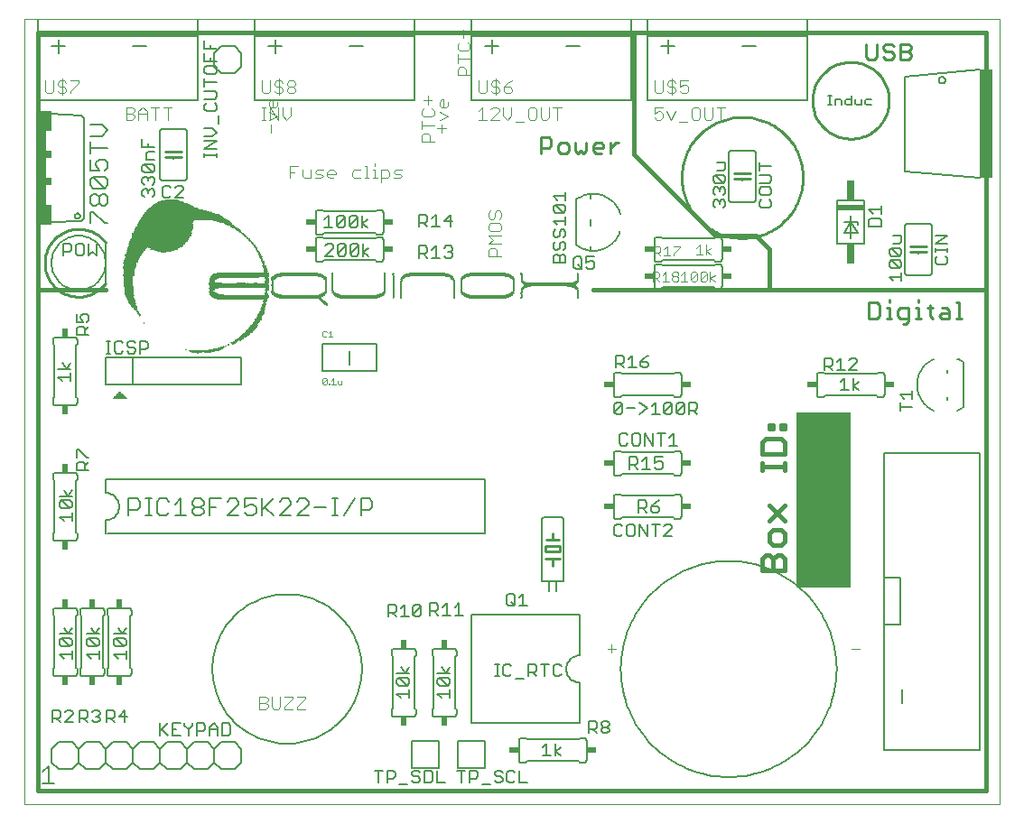
<source format=gto>
G75*
G70*
%OFA0B0*%
%FSLAX24Y24*%
%IPPOS*%
%LPD*%
%AMOC8*
5,1,8,0,0,1.08239X$1,22.5*
%
%ADD10C,0.0000*%
%ADD11R,0.0060X0.0010*%
%ADD12R,0.0230X0.0010*%
%ADD13R,0.0270X0.0010*%
%ADD14R,0.0210X0.0010*%
%ADD15R,0.0320X0.0010*%
%ADD16R,0.0250X0.0010*%
%ADD17R,0.0390X0.0010*%
%ADD18R,0.0760X0.0010*%
%ADD19R,0.0890X0.0010*%
%ADD20R,0.0940X0.0010*%
%ADD21R,0.0990X0.0010*%
%ADD22R,0.0490X0.0010*%
%ADD23R,0.0160X0.0010*%
%ADD24R,0.0440X0.0010*%
%ADD25R,0.0080X0.0010*%
%ADD26R,0.0420X0.0010*%
%ADD27R,0.0090X0.0010*%
%ADD28R,0.0380X0.0010*%
%ADD29R,0.0010X0.0010*%
%ADD30R,0.0280X0.0010*%
%ADD31R,0.0200X0.0010*%
%ADD32R,0.0100X0.0010*%
%ADD33R,0.0170X0.0010*%
%ADD34R,0.0120X0.0010*%
%ADD35R,0.0150X0.0010*%
%ADD36R,0.0240X0.0010*%
%ADD37R,0.0140X0.0010*%
%ADD38R,0.0110X0.0010*%
%ADD39R,0.0040X0.0010*%
%ADD40R,0.0180X0.0010*%
%ADD41R,0.0190X0.0010*%
%ADD42R,0.0070X0.0010*%
%ADD43R,0.0260X0.0010*%
%ADD44R,0.0290X0.0010*%
%ADD45R,0.0220X0.0010*%
%ADD46R,0.0020X0.0010*%
%ADD47R,0.0030X0.0010*%
%ADD48R,0.0050X0.0010*%
%ADD49R,0.0130X0.0010*%
%ADD50R,0.1810X0.0010*%
%ADD51R,0.1830X0.0010*%
%ADD52R,0.1870X0.0010*%
%ADD53R,0.1910X0.0010*%
%ADD54R,0.1940X0.0010*%
%ADD55R,0.1270X0.0010*%
%ADD56R,0.1300X0.0010*%
%ADD57R,0.1280X0.0010*%
%ADD58R,0.1970X0.0010*%
%ADD59R,0.1370X0.0010*%
%ADD60R,0.1390X0.0010*%
%ADD61R,0.1550X0.0010*%
%ADD62R,0.2000X0.0010*%
%ADD63R,0.1430X0.0010*%
%ADD64R,0.1460X0.0010*%
%ADD65R,0.1570X0.0010*%
%ADD66R,0.2040X0.0010*%
%ADD67R,0.1510X0.0010*%
%ADD68R,0.1520X0.0010*%
%ADD69R,0.1610X0.0010*%
%ADD70R,0.2070X0.0010*%
%ADD71R,0.1580X0.0010*%
%ADD72R,0.1650X0.0010*%
%ADD73R,0.2090X0.0010*%
%ADD74R,0.1630X0.0010*%
%ADD75R,0.1690X0.0010*%
%ADD76R,0.2100X0.0010*%
%ADD77R,0.1680X0.0010*%
%ADD78R,0.1670X0.0010*%
%ADD79R,0.1720X0.0010*%
%ADD80R,0.2110X0.0010*%
%ADD81R,0.1770X0.0010*%
%ADD82R,0.2120X0.0010*%
%ADD83R,0.0300X0.0010*%
%ADD84R,0.1760X0.0010*%
%ADD85R,0.1750X0.0010*%
%ADD86R,0.1780X0.0010*%
%ADD87R,0.1800X0.0010*%
%ADD88R,0.1860X0.0010*%
%ADD89R,0.2130X0.0010*%
%ADD90R,0.0310X0.0010*%
%ADD91R,0.0330X0.0010*%
%ADD92R,0.0350X0.0010*%
%ADD93R,0.0360X0.0010*%
%ADD94R,0.0550X0.0010*%
%ADD95R,0.1960X0.0010*%
%ADD96R,0.0520X0.0010*%
%ADD97R,0.0410X0.0010*%
%ADD98R,0.2210X0.0010*%
%ADD99R,0.1930X0.0010*%
%ADD100R,0.2200X0.0010*%
%ADD101R,0.2190X0.0010*%
%ADD102R,0.1900X0.0010*%
%ADD103R,0.2180X0.0010*%
%ADD104R,0.1920X0.0010*%
%ADD105R,0.1950X0.0010*%
%ADD106R,0.0340X0.0010*%
%ADD107R,0.1980X0.0010*%
%ADD108R,0.1990X0.0010*%
%ADD109R,0.2010X0.0010*%
%ADD110R,0.2020X0.0010*%
%ADD111R,0.0460X0.0010*%
%ADD112R,0.1820X0.0010*%
%ADD113R,0.1410X0.0010*%
%ADD114R,0.0370X0.0010*%
%ADD115R,0.0930X0.0010*%
%ADD116R,0.1060X0.0010*%
%ADD117R,0.1790X0.0010*%
%ADD118R,0.1740X0.0010*%
%ADD119R,0.1700X0.0010*%
%ADD120R,0.2080X0.0010*%
%ADD121R,0.1640X0.0010*%
%ADD122R,0.2060X0.0010*%
%ADD123R,0.1590X0.0010*%
%ADD124R,0.1490X0.0010*%
%ADD125R,0.1560X0.0010*%
%ADD126R,0.1400X0.0010*%
%ADD127R,0.1480X0.0010*%
%ADD128R,0.1350X0.0010*%
%ADD129R,0.1330X0.0010*%
%ADD130R,0.0400X0.0010*%
%ADD131R,0.0430X0.0010*%
%ADD132R,0.0450X0.0010*%
%ADD133R,0.0470X0.0010*%
%ADD134R,0.0480X0.0010*%
%ADD135R,0.0500X0.0010*%
%ADD136R,0.0510X0.0010*%
%ADD137R,0.0530X0.0010*%
%ADD138R,0.0540X0.0010*%
%ADD139R,0.0560X0.0010*%
%ADD140R,0.0570X0.0010*%
%ADD141R,0.0580X0.0010*%
%ADD142R,0.0590X0.0010*%
%ADD143R,0.0600X0.0010*%
%ADD144R,0.0620X0.0010*%
%ADD145R,0.0630X0.0010*%
%ADD146R,0.0700X0.0010*%
%ADD147R,0.0640X0.0010*%
%ADD148R,0.0750X0.0010*%
%ADD149R,0.0650X0.0010*%
%ADD150R,0.0810X0.0010*%
%ADD151R,0.0850X0.0010*%
%ADD152R,0.0660X0.0010*%
%ADD153R,0.0910X0.0010*%
%ADD154R,0.0670X0.0010*%
%ADD155R,0.1010X0.0010*%
%ADD156R,0.1030X0.0010*%
%ADD157R,0.0680X0.0010*%
%ADD158R,0.1040X0.0010*%
%ADD159R,0.0690X0.0010*%
%ADD160R,0.1050X0.0010*%
%ADD161R,0.0710X0.0010*%
%ADD162R,0.1150X0.0010*%
%ADD163R,0.1180X0.0010*%
%ADD164R,0.0720X0.0010*%
%ADD165R,0.2030X0.0010*%
%ADD166R,0.2050X0.0010*%
%ADD167R,0.2140X0.0010*%
%ADD168R,0.2150X0.0010*%
%ADD169R,0.2160X0.0010*%
%ADD170R,0.2170X0.0010*%
%ADD171R,0.3130X0.0010*%
%ADD172R,0.3120X0.0010*%
%ADD173R,0.3110X0.0010*%
%ADD174R,0.3100X0.0010*%
%ADD175R,0.3080X0.0010*%
%ADD176R,0.3060X0.0010*%
%ADD177R,0.3030X0.0010*%
%ADD178R,0.3010X0.0010*%
%ADD179R,0.2990X0.0010*%
%ADD180R,0.2970X0.0010*%
%ADD181R,0.2950X0.0010*%
%ADD182R,0.2920X0.0010*%
%ADD183R,0.2910X0.0010*%
%ADD184R,0.2880X0.0010*%
%ADD185R,0.2850X0.0010*%
%ADD186R,0.2830X0.0010*%
%ADD187R,0.2800X0.0010*%
%ADD188R,0.2780X0.0010*%
%ADD189R,0.2740X0.0010*%
%ADD190R,0.2690X0.0010*%
%ADD191R,0.2630X0.0010*%
%ADD192R,0.2570X0.0010*%
%ADD193R,0.2540X0.0010*%
%ADD194R,0.2520X0.0010*%
%ADD195R,0.2500X0.0010*%
%ADD196R,0.2480X0.0010*%
%ADD197R,0.2360X0.0010*%
%ADD198R,0.2350X0.0010*%
%ADD199R,0.2310X0.0010*%
%ADD200R,0.2290X0.0010*%
%ADD201R,0.2260X0.0010*%
%ADD202R,0.2220X0.0010*%
%ADD203R,0.1530X0.0010*%
%ADD204R,0.1320X0.0010*%
%ADD205R,0.1230X0.0010*%
%ADD206R,0.1190X0.0010*%
%ADD207R,0.1160X0.0010*%
%ADD208R,0.1100X0.0010*%
%ADD209R,0.1070X0.0010*%
%ADD210R,0.1000X0.0010*%
%ADD211R,0.0960X0.0010*%
%ADD212R,0.0920X0.0010*%
%ADD213R,0.0800X0.0010*%
%ADD214C,0.0150*%
%ADD215C,0.0110*%
%ADD216C,0.0160*%
%ADD217C,0.0100*%
%ADD218C,0.0060*%
%ADD219R,0.2000X0.6500*%
%ADD220C,0.0070*%
%ADD221C,0.0080*%
%ADD222C,0.0050*%
%ADD223R,0.0240X0.0340*%
%ADD224C,0.0020*%
%ADD225C,0.0040*%
%ADD226C,0.0025*%
%ADD227R,0.0340X0.0240*%
%ADD228R,0.0300X0.4200*%
%ADD229R,0.0200X0.0750*%
%ADD230R,0.0200X0.0300*%
%ADD231R,0.1000X0.0200*%
%ADD232R,0.0300X0.0750*%
%ADD233R,0.0500X0.4000*%
D10*
X000101Y000101D02*
X000101Y029101D01*
X036101Y029101D01*
X036101Y000101D01*
X000101Y000101D01*
D11*
X006486Y016751D03*
X007546Y017021D03*
X007816Y017091D03*
X004306Y018251D03*
X004296Y018261D03*
X004716Y020641D03*
X008176Y021151D03*
X008266Y021061D03*
X008326Y021021D03*
X008396Y020951D03*
X008406Y020941D03*
X008416Y020931D03*
X008416Y020921D03*
X008426Y020911D03*
X008436Y020901D03*
X008446Y020891D03*
X008456Y020881D03*
X008466Y020871D03*
X008476Y020861D03*
X008486Y020851D03*
X008496Y020831D03*
X008506Y020821D03*
X008516Y020811D03*
X008526Y020801D03*
X008536Y020781D03*
X008546Y020771D03*
X008546Y020761D03*
X008556Y020751D03*
X008666Y020601D03*
X008666Y020591D03*
X008666Y020581D03*
X008676Y020561D03*
X008716Y020521D03*
X008716Y020511D03*
X008866Y020201D03*
X008866Y020191D03*
X011236Y019421D03*
X011236Y019411D03*
X011236Y019401D03*
X011236Y019391D03*
X011236Y019381D03*
X011236Y019371D03*
X011236Y019361D03*
X011236Y019291D03*
X011236Y019281D03*
X011236Y019271D03*
X011236Y019261D03*
X011236Y019251D03*
X011236Y019241D03*
X011236Y019231D03*
X011236Y019221D03*
X011236Y019211D03*
X011236Y019201D03*
X011236Y019191D03*
X011236Y019181D03*
X011236Y019171D03*
X011236Y019161D03*
X011236Y019151D03*
X011236Y019141D03*
X011236Y019131D03*
X011236Y019121D03*
X011236Y019111D03*
X011236Y019101D03*
X011236Y019091D03*
X011236Y019081D03*
X011466Y019101D03*
X011466Y019111D03*
X011476Y019131D03*
X011476Y019141D03*
X011476Y019151D03*
X011476Y019161D03*
X011476Y019171D03*
X011476Y019181D03*
X011476Y019191D03*
X011476Y019201D03*
X011476Y019211D03*
X011476Y019221D03*
X011476Y019231D03*
X011476Y019241D03*
X011476Y019251D03*
X011476Y019261D03*
X011476Y019271D03*
X011476Y019281D03*
X011476Y019291D03*
X011476Y019301D03*
X011476Y019311D03*
X011476Y019321D03*
X011476Y019331D03*
X011476Y019341D03*
X011476Y019351D03*
X011476Y019361D03*
X011476Y019371D03*
X011476Y019381D03*
X011476Y019391D03*
X011476Y019401D03*
X011476Y019411D03*
X011476Y019421D03*
X011476Y019431D03*
X011476Y019441D03*
X011476Y019451D03*
X011476Y019461D03*
X011476Y019471D03*
X011476Y019481D03*
X011476Y019491D03*
X011476Y019501D03*
X011476Y019511D03*
X011476Y019521D03*
X011476Y019531D03*
X011476Y019541D03*
X011476Y019551D03*
X011476Y019561D03*
X011476Y019571D03*
X011476Y019581D03*
X011476Y019591D03*
X011476Y019601D03*
X011476Y019611D03*
X011476Y019621D03*
X011476Y019631D03*
X011476Y019641D03*
X011476Y019651D03*
X011476Y019661D03*
X011476Y019671D03*
X011476Y019681D03*
X011476Y019691D03*
X011476Y019081D03*
X011476Y019071D03*
X011476Y019061D03*
X013406Y019061D03*
X013406Y019051D03*
X013416Y019081D03*
X013416Y019091D03*
X013416Y019101D03*
X013416Y019111D03*
X013416Y019121D03*
X013416Y019131D03*
X013416Y019141D03*
X013416Y019151D03*
X013416Y019221D03*
X013416Y019231D03*
X013416Y019241D03*
X013416Y019251D03*
X013416Y019261D03*
X013416Y019271D03*
X013416Y019281D03*
X013416Y019291D03*
X013416Y019301D03*
X013416Y019311D03*
X013416Y019321D03*
X013416Y019331D03*
X013416Y019341D03*
X013416Y019351D03*
X013416Y019361D03*
X013416Y019371D03*
X013416Y019381D03*
X013416Y019391D03*
X013416Y019401D03*
X013416Y019411D03*
X013416Y019421D03*
X013416Y019431D03*
X013416Y019441D03*
X013416Y019451D03*
X013416Y019461D03*
X013416Y019471D03*
X013416Y019481D03*
X013416Y019491D03*
X013416Y019501D03*
X013416Y019511D03*
X013416Y019521D03*
X013416Y019531D03*
X013416Y019541D03*
X013416Y019551D03*
X013416Y019561D03*
X013416Y019571D03*
X013416Y019581D03*
X013416Y019591D03*
X013416Y019601D03*
X013416Y019611D03*
X013416Y019621D03*
X013416Y019631D03*
X013416Y019641D03*
X013416Y019651D03*
X013416Y019661D03*
X013416Y019671D03*
X013416Y019681D03*
X013716Y019671D03*
X013716Y019661D03*
X013716Y019651D03*
X013716Y019641D03*
X013716Y019631D03*
X014016Y019411D03*
X014016Y019401D03*
X014016Y019391D03*
X014016Y019351D03*
X014016Y019341D03*
X014016Y019331D03*
X014016Y019321D03*
X014016Y019311D03*
X014016Y019251D03*
X014016Y019241D03*
X014016Y019231D03*
X014016Y019221D03*
X014016Y019211D03*
X014016Y019201D03*
X014016Y019191D03*
X014016Y019181D03*
X014016Y019171D03*
X014016Y019161D03*
X014016Y019151D03*
X014016Y019141D03*
X014016Y019131D03*
X014016Y019121D03*
X014016Y019111D03*
X014016Y019101D03*
X014016Y019091D03*
X014016Y019081D03*
X014016Y019071D03*
X014016Y019061D03*
X014016Y019051D03*
X014016Y019041D03*
X014016Y019031D03*
X014016Y019021D03*
X014016Y019011D03*
X014016Y019001D03*
X014016Y018991D03*
X014016Y018981D03*
X014016Y018971D03*
X014016Y018961D03*
X014016Y018951D03*
X014016Y018941D03*
X014016Y018931D03*
X014016Y018921D03*
X014016Y018911D03*
X014016Y018901D03*
X014016Y018891D03*
X014016Y018881D03*
X014016Y018871D03*
X014016Y018861D03*
X014016Y018851D03*
X014016Y018841D03*
X014016Y018831D03*
X014016Y018821D03*
X014016Y018811D03*
X014016Y018801D03*
X015956Y018811D03*
X015956Y018821D03*
X015956Y018831D03*
X015956Y018841D03*
X015956Y018851D03*
X015956Y018861D03*
X015956Y018871D03*
X015956Y018881D03*
X015956Y018891D03*
X015956Y018901D03*
X015956Y018911D03*
X015956Y018921D03*
X015956Y018931D03*
X015956Y018941D03*
X015956Y018951D03*
X015956Y018961D03*
X015956Y018971D03*
X015956Y018981D03*
X015956Y018991D03*
X015956Y019001D03*
X015956Y019011D03*
X015956Y019021D03*
X015956Y019031D03*
X015956Y019041D03*
X015956Y019051D03*
X015956Y019061D03*
X015956Y019071D03*
X015956Y019081D03*
X015956Y019091D03*
X015956Y019101D03*
X015956Y019111D03*
X015956Y019121D03*
X015956Y019131D03*
X015956Y019141D03*
X015956Y019151D03*
X015956Y019161D03*
X015956Y019171D03*
X015956Y019181D03*
X015956Y019191D03*
X015956Y019201D03*
X015956Y019211D03*
X015956Y019221D03*
X015956Y019231D03*
X015956Y019241D03*
X015956Y019251D03*
X015956Y019261D03*
X015956Y019271D03*
X015956Y019281D03*
X015956Y019291D03*
X015956Y019301D03*
X015956Y019311D03*
X015956Y019321D03*
X015956Y019331D03*
X015956Y019341D03*
X015956Y019351D03*
X015956Y019361D03*
X015956Y019371D03*
X015956Y019381D03*
X015956Y019391D03*
X015956Y019401D03*
X016236Y019431D03*
X016236Y019261D03*
X016236Y019251D03*
X016236Y019241D03*
X016236Y019231D03*
X016236Y019221D03*
X016236Y019171D03*
X016236Y019161D03*
X016236Y019151D03*
X016236Y019141D03*
X016236Y019131D03*
X016236Y019081D03*
X016236Y019071D03*
X016236Y019061D03*
X016236Y019051D03*
X016236Y019041D03*
X018156Y019101D03*
X018166Y019121D03*
X018166Y019131D03*
X018166Y019141D03*
X018166Y019151D03*
X018166Y019161D03*
X018166Y019171D03*
X018166Y019181D03*
X018166Y019191D03*
X018166Y019201D03*
X018166Y019211D03*
X018166Y019221D03*
X018166Y019231D03*
X018166Y019241D03*
X018166Y019251D03*
X018166Y019261D03*
X018166Y019271D03*
X018166Y019281D03*
X018166Y019291D03*
X018166Y019301D03*
X018166Y019311D03*
X018166Y019321D03*
X018166Y019331D03*
X018166Y019341D03*
X018166Y019351D03*
X018166Y019361D03*
X018166Y019371D03*
X018156Y019431D03*
X018156Y019441D03*
X018456Y019461D03*
X018446Y019641D03*
X018446Y019651D03*
X018446Y019661D03*
X018446Y019671D03*
X018456Y019051D03*
X018456Y019041D03*
X018456Y019031D03*
X018446Y018961D03*
X018446Y018951D03*
X018446Y018941D03*
X018446Y018931D03*
X020536Y019041D03*
X020536Y019051D03*
X020536Y019061D03*
X020546Y019021D03*
X020546Y019011D03*
X020546Y019001D03*
X020546Y018981D03*
X020546Y018971D03*
X020546Y018961D03*
X020546Y018951D03*
X020546Y018941D03*
X020546Y018931D03*
X020546Y018921D03*
X020546Y018911D03*
X020546Y018901D03*
X020546Y018891D03*
X020546Y018861D03*
X020546Y018851D03*
X020546Y018841D03*
X020546Y018831D03*
X020546Y018821D03*
X020546Y018811D03*
X020536Y019461D03*
X020546Y019491D03*
X020546Y019501D03*
X020546Y019511D03*
X020546Y019521D03*
X020546Y019531D03*
X020546Y019541D03*
X020546Y019551D03*
X020546Y019561D03*
X020546Y019571D03*
X020546Y019611D03*
X020546Y019621D03*
X020546Y019631D03*
X020546Y019641D03*
X020546Y019651D03*
X020546Y019661D03*
X020546Y019671D03*
D12*
X020361Y019211D03*
X018021Y018911D03*
X018001Y019581D03*
X016371Y019571D03*
X016361Y018921D03*
X011071Y018901D03*
X008691Y017931D03*
X008691Y017921D03*
X008681Y017911D03*
X008681Y017901D03*
X008671Y017891D03*
X008661Y017881D03*
X008651Y017871D03*
X008641Y017861D03*
X008591Y017791D03*
X008591Y017781D03*
X008461Y017621D03*
X008091Y017291D03*
X008081Y017281D03*
X008051Y017261D03*
X006441Y016761D03*
X004111Y018551D03*
X004101Y018571D03*
X007041Y019131D03*
X007041Y019461D03*
X007651Y021511D03*
D13*
X007621Y021531D03*
X007071Y019491D03*
X007061Y019481D03*
X007071Y018961D03*
X008521Y017671D03*
X008401Y017541D03*
X008371Y017511D03*
X008301Y017451D03*
X009401Y018911D03*
X006461Y016771D03*
X004051Y018701D03*
X004041Y018711D03*
X004041Y018721D03*
X004031Y018751D03*
X004021Y018771D03*
X013241Y018901D03*
X014191Y019591D03*
X016411Y019591D03*
X016401Y018901D03*
D14*
X018041Y018921D03*
X018021Y019571D03*
X008751Y018031D03*
X008751Y018021D03*
X008701Y017941D03*
X008621Y017831D03*
X008611Y017821D03*
X008321Y017501D03*
X008121Y017331D03*
X008111Y017311D03*
X008101Y017301D03*
X008031Y017251D03*
X008021Y017241D03*
X007361Y016951D03*
X007341Y016941D03*
X006871Y016781D03*
X004121Y018521D03*
X007031Y019081D03*
X007031Y019091D03*
X007031Y019111D03*
X007031Y019121D03*
X007031Y019361D03*
X007031Y019371D03*
X007031Y019451D03*
D15*
X007086Y019151D03*
X008086Y019331D03*
X009436Y019591D03*
X009426Y018901D03*
X011686Y018891D03*
X007556Y021561D03*
X003946Y019221D03*
X003946Y019211D03*
X003956Y019141D03*
X003956Y019131D03*
X003956Y019121D03*
X003956Y019111D03*
X003956Y019101D03*
X003966Y019031D03*
X003966Y019021D03*
X003966Y019011D03*
X003966Y019001D03*
X003966Y018991D03*
X003966Y018981D03*
X003976Y018951D03*
X003976Y018941D03*
X003976Y018931D03*
X003976Y018921D03*
X003976Y018911D03*
X003976Y018901D03*
X003986Y018891D03*
X006486Y016781D03*
D16*
X006861Y016791D03*
X008071Y017271D03*
X008201Y017371D03*
X008211Y017391D03*
X008251Y017421D03*
X008311Y017471D03*
X008411Y017561D03*
X008551Y017711D03*
X008561Y017721D03*
X008571Y017741D03*
X008571Y017751D03*
X008581Y017761D03*
X009381Y018921D03*
X009381Y019571D03*
X007051Y019471D03*
X007051Y018971D03*
X004081Y018601D03*
X004071Y018641D03*
X004071Y018651D03*
X004061Y018661D03*
X004061Y018671D03*
X015771Y019591D03*
X016391Y019581D03*
X016381Y018911D03*
X017981Y019591D03*
X020411Y019351D03*
D17*
X006471Y016791D03*
X003951Y019641D03*
X003951Y019651D03*
X003951Y019661D03*
X003951Y019671D03*
X003951Y019681D03*
X003951Y019691D03*
X003951Y019701D03*
X003951Y019711D03*
X003951Y019721D03*
X003951Y019731D03*
X005241Y020501D03*
D18*
X006616Y016801D03*
D19*
X006651Y016811D03*
D20*
X006656Y016821D03*
X005496Y022321D03*
D21*
X006681Y016831D03*
D22*
X007041Y016841D03*
X007171Y019331D03*
X007191Y019541D03*
X007341Y021641D03*
X004011Y020071D03*
D23*
X004176Y018441D03*
X004186Y018421D03*
X004186Y018411D03*
X006256Y016841D03*
X007806Y017121D03*
X007936Y017221D03*
X008756Y018081D03*
X008756Y018091D03*
X008766Y018101D03*
X008776Y018111D03*
X008786Y018121D03*
X008796Y018141D03*
X008806Y018171D03*
X008876Y018301D03*
X008876Y018311D03*
X008886Y018321D03*
X008886Y018331D03*
X008896Y018341D03*
X008896Y018351D03*
X008906Y018371D03*
X008906Y018381D03*
X008906Y018391D03*
X008986Y018721D03*
X009316Y018961D03*
X009326Y018951D03*
X009056Y019151D03*
X010976Y018781D03*
X011566Y018941D03*
X013326Y018941D03*
X015856Y019551D03*
X016326Y019551D03*
X016316Y018941D03*
X018076Y019551D03*
X018086Y019541D03*
X018556Y019351D03*
X018546Y019171D03*
X020426Y019181D03*
X007876Y021381D03*
X007786Y021431D03*
X007766Y021441D03*
X007756Y021451D03*
X007006Y019051D03*
X007006Y019021D03*
D24*
X007076Y016851D03*
X003976Y019901D03*
X003976Y019911D03*
X003976Y019921D03*
X005526Y022401D03*
D25*
X008156Y021171D03*
X008196Y021141D03*
X008206Y021131D03*
X008236Y021101D03*
X008246Y021091D03*
X008586Y020731D03*
X008616Y020681D03*
X008626Y020671D03*
X008636Y020661D03*
X008646Y020651D03*
X008656Y020631D03*
X008756Y020451D03*
X008756Y020441D03*
X008766Y020421D03*
X008776Y020411D03*
X008846Y020261D03*
X008846Y020251D03*
X008856Y020241D03*
X008856Y020231D03*
X008876Y020161D03*
X008886Y020131D03*
X008906Y020111D03*
X008916Y020091D03*
X008916Y020081D03*
X008916Y020071D03*
X009256Y019141D03*
X009256Y019131D03*
X009256Y019121D03*
X009256Y019101D03*
X009256Y019091D03*
X009036Y019041D03*
X009036Y019031D03*
X009036Y019021D03*
X008956Y018611D03*
X011216Y019011D03*
X011226Y019021D03*
X011226Y019031D03*
X011496Y019011D03*
X011226Y019461D03*
X011226Y019471D03*
X011256Y018521D03*
X013396Y019021D03*
X013396Y019031D03*
X014026Y019451D03*
X014026Y019461D03*
X015936Y019461D03*
X015946Y019451D03*
X015946Y019441D03*
X016246Y019461D03*
X016246Y019011D03*
X018146Y019021D03*
X018156Y019031D03*
X018156Y019041D03*
X018156Y019051D03*
X018466Y019081D03*
X018466Y019091D03*
X018466Y019431D03*
X018466Y019441D03*
X018146Y019471D03*
X018146Y019481D03*
X020526Y019431D03*
X020516Y019101D03*
X020526Y019081D03*
X006206Y016851D03*
D26*
X007086Y016861D03*
X003966Y019811D03*
X003966Y019821D03*
X007486Y021601D03*
D27*
X007911Y021351D03*
X008131Y021191D03*
X008141Y021181D03*
X008761Y020431D03*
X008791Y020401D03*
X008801Y020381D03*
X008801Y020371D03*
X008811Y020351D03*
X008811Y020341D03*
X008811Y020331D03*
X008841Y020281D03*
X008841Y020271D03*
X008911Y020101D03*
X008921Y020061D03*
X008921Y020051D03*
X008921Y020041D03*
X008931Y020031D03*
X008931Y020021D03*
X008931Y020011D03*
X008941Y020001D03*
X008951Y019981D03*
X009261Y019431D03*
X009261Y019421D03*
X009261Y019411D03*
X009261Y019401D03*
X009261Y019391D03*
X009261Y019381D03*
X009261Y019371D03*
X009261Y019361D03*
X009261Y019351D03*
X009261Y019341D03*
X009261Y019331D03*
X009261Y019321D03*
X009261Y019311D03*
X009261Y019301D03*
X009261Y019231D03*
X009261Y019221D03*
X009261Y019211D03*
X009261Y019201D03*
X009261Y019191D03*
X009261Y019181D03*
X009261Y019171D03*
X009261Y019161D03*
X009261Y019151D03*
X009251Y019111D03*
X009261Y019081D03*
X009261Y019071D03*
X009261Y019061D03*
X009261Y019051D03*
X009261Y019041D03*
X009041Y019051D03*
X009041Y019061D03*
X009031Y019011D03*
X009031Y019001D03*
X009031Y018991D03*
X009031Y018981D03*
X009031Y018971D03*
X008961Y018631D03*
X008961Y018621D03*
X008951Y018591D03*
X008081Y017221D03*
X007821Y017101D03*
X007331Y016891D03*
X006081Y016861D03*
X004251Y018321D03*
X004241Y018341D03*
X011211Y019001D03*
X011501Y019001D03*
X011221Y019481D03*
X011971Y018891D03*
X011251Y018531D03*
X013391Y019011D03*
X014031Y019471D03*
X015921Y019481D03*
X015931Y019471D03*
X016251Y019471D03*
X016261Y019491D03*
X016251Y019001D03*
X018141Y019011D03*
X018471Y019101D03*
X018481Y019111D03*
X018481Y019411D03*
X018471Y019421D03*
X018141Y019491D03*
X020521Y019421D03*
X020511Y019111D03*
X020521Y019091D03*
D28*
X007506Y021591D03*
X003946Y019631D03*
X003946Y019621D03*
X003946Y019611D03*
X007116Y016871D03*
D29*
X007481Y017001D03*
X007631Y017071D03*
X006061Y016871D03*
X004521Y017861D03*
X004361Y018121D03*
X008281Y019331D03*
X008351Y019331D03*
X008961Y020121D03*
X008811Y020481D03*
X006641Y022041D03*
X005481Y022421D03*
X018451Y019711D03*
X020541Y018781D03*
D30*
X018656Y019221D03*
X018616Y019341D03*
X008516Y017661D03*
X008516Y017651D03*
X008506Y017641D03*
X008496Y017631D03*
X008396Y017531D03*
X008386Y017521D03*
X008296Y017441D03*
X007186Y016881D03*
X007076Y018951D03*
X007076Y019501D03*
X007606Y021541D03*
X004006Y018821D03*
X004006Y018811D03*
X004016Y018801D03*
X004016Y018791D03*
X004016Y018781D03*
X004026Y018761D03*
X004036Y018741D03*
X004036Y018731D03*
D31*
X004126Y018511D03*
X007026Y018991D03*
X007026Y019061D03*
X007026Y019071D03*
X007026Y019101D03*
X007026Y019381D03*
X007026Y019431D03*
X007026Y019441D03*
X008856Y018241D03*
X008706Y017951D03*
X008116Y017321D03*
X007326Y016931D03*
X007166Y016891D03*
X009336Y019551D03*
X011096Y018911D03*
X011606Y018921D03*
X013286Y018921D03*
X014136Y019571D03*
X018596Y019201D03*
D32*
X018486Y019121D03*
X018486Y019401D03*
X018136Y019501D03*
X018136Y019001D03*
X016266Y018981D03*
X016256Y018991D03*
X016256Y019481D03*
X016266Y019501D03*
X015916Y019491D03*
X015906Y019501D03*
X014046Y019491D03*
X014036Y019481D03*
X013386Y019001D03*
X011516Y018981D03*
X011506Y018991D03*
X011206Y018991D03*
X011196Y018981D03*
X011246Y018541D03*
X011216Y019491D03*
X011206Y019501D03*
X009266Y019451D03*
X009266Y019441D03*
X009256Y019291D03*
X009256Y019281D03*
X009256Y019271D03*
X009256Y019261D03*
X009256Y019251D03*
X009256Y019241D03*
X009266Y019031D03*
X009266Y019021D03*
X009046Y019071D03*
X009036Y018961D03*
X009036Y018951D03*
X008966Y018641D03*
X008956Y018581D03*
X009046Y019371D03*
X009046Y019381D03*
X009046Y019391D03*
X009046Y019401D03*
X009046Y019411D03*
X009036Y019541D03*
X009036Y019551D03*
X008956Y019971D03*
X008946Y019991D03*
X008846Y020291D03*
X008806Y020361D03*
X008796Y020391D03*
X008116Y021201D03*
X008106Y021211D03*
X008086Y021221D03*
X008076Y021231D03*
X008066Y021241D03*
X008056Y021251D03*
X008046Y021261D03*
X004236Y018351D03*
X004226Y018361D03*
X004246Y018331D03*
X007336Y016901D03*
X007446Y016991D03*
X020496Y019131D03*
X020506Y019121D03*
X020516Y019411D03*
D33*
X020411Y019191D03*
X018561Y019181D03*
X014121Y019561D03*
X011151Y019551D03*
X011131Y018931D03*
X009301Y019521D03*
X009021Y018891D03*
X008901Y018361D03*
X008871Y018291D03*
X008871Y018281D03*
X008821Y018191D03*
X008811Y018181D03*
X008801Y018161D03*
X008801Y018151D03*
X008791Y018131D03*
X007831Y017151D03*
X007171Y016901D03*
X004181Y018431D03*
X004171Y018451D03*
X004161Y018471D03*
X007801Y021421D03*
D34*
X007936Y021341D03*
X007996Y021301D03*
X008006Y021291D03*
X008016Y021281D03*
X008836Y020321D03*
X008976Y019931D03*
X008976Y019921D03*
X009016Y019761D03*
X009016Y019751D03*
X009016Y019741D03*
X009036Y019561D03*
X009046Y019521D03*
X009056Y019471D03*
X009056Y019461D03*
X009046Y019341D03*
X009046Y019331D03*
X009056Y019081D03*
X009036Y018941D03*
X008956Y018571D03*
X008936Y018501D03*
X008936Y018491D03*
X008926Y018471D03*
X008926Y018461D03*
X008636Y019331D03*
X009276Y019471D03*
X011176Y018961D03*
X011526Y018971D03*
X011226Y018571D03*
X011236Y018561D03*
X013366Y018971D03*
X014076Y019531D03*
X015896Y019521D03*
X016286Y019521D03*
X016286Y018971D03*
X018116Y019521D03*
X018516Y019371D03*
X018516Y019151D03*
X020466Y019161D03*
X020476Y019151D03*
X020496Y019391D03*
X007426Y016971D03*
X007346Y016911D03*
X004216Y018371D03*
D35*
X004191Y018401D03*
X007001Y019031D03*
X008911Y018421D03*
X008911Y018411D03*
X008911Y018401D03*
X008951Y018541D03*
X008991Y018691D03*
X008991Y018701D03*
X008991Y018711D03*
X009031Y018901D03*
X009061Y019131D03*
X009061Y019141D03*
X009031Y019321D03*
X009291Y019511D03*
X009291Y018981D03*
X009301Y018971D03*
X011001Y018771D03*
X011011Y018761D03*
X011021Y018751D03*
X011031Y018741D03*
X011121Y018671D03*
X011131Y018661D03*
X011141Y018651D03*
X011151Y018641D03*
X011161Y018631D03*
X011151Y018941D03*
X011551Y018951D03*
X011171Y019531D03*
X011161Y019541D03*
X014101Y019551D03*
X015871Y019541D03*
X016311Y019541D03*
X018081Y018941D03*
X018961Y019341D03*
X020471Y019371D03*
X007931Y017211D03*
X007921Y017201D03*
X007891Y017191D03*
X007851Y017161D03*
X007181Y016911D03*
D36*
X007296Y016921D03*
X008006Y017231D03*
X008226Y017401D03*
X008236Y017411D03*
X008316Y017481D03*
X008426Y017571D03*
X008436Y017581D03*
X008446Y017591D03*
X008446Y017601D03*
X008456Y017611D03*
X008586Y017771D03*
X008746Y017981D03*
X008746Y017991D03*
X008746Y018001D03*
X009366Y019561D03*
X011086Y019581D03*
X013266Y018911D03*
X014166Y019581D03*
X015786Y019581D03*
X018626Y019211D03*
X007636Y021521D03*
X004076Y018631D03*
X004076Y018621D03*
X004076Y018611D03*
X004086Y018591D03*
X004096Y018581D03*
X004106Y018561D03*
D37*
X004196Y018391D03*
X004206Y018381D03*
X006996Y019041D03*
X008916Y018431D03*
X008946Y018521D03*
X008946Y018531D03*
X008956Y018551D03*
X008956Y018561D03*
X008986Y018671D03*
X008986Y018681D03*
X009036Y018911D03*
X009066Y019111D03*
X009066Y019121D03*
X009286Y019491D03*
X009286Y019501D03*
X009016Y019721D03*
X009016Y019791D03*
X009016Y019801D03*
X009016Y019811D03*
X009016Y019821D03*
X009006Y019831D03*
X008996Y019851D03*
X011046Y018731D03*
X011056Y018721D03*
X011066Y018711D03*
X011076Y018701D03*
X011096Y018691D03*
X011106Y018681D03*
X011176Y018621D03*
X011186Y018611D03*
X011196Y018601D03*
X011206Y018591D03*
X011216Y018581D03*
X011166Y018951D03*
X013346Y018951D03*
X016296Y018961D03*
X016306Y018951D03*
X016296Y019531D03*
X018096Y019531D03*
X018526Y019161D03*
X020446Y019171D03*
X020486Y019381D03*
X007956Y021331D03*
X007826Y021401D03*
X007816Y021411D03*
X007866Y017181D03*
X007856Y017171D03*
X007416Y016961D03*
D38*
X007431Y016981D03*
X007821Y017111D03*
X008931Y018481D03*
X008971Y018651D03*
X009271Y019011D03*
X009051Y019351D03*
X009051Y019361D03*
X009051Y019421D03*
X009051Y019431D03*
X009051Y019441D03*
X009051Y019451D03*
X009051Y019481D03*
X009051Y019491D03*
X009051Y019501D03*
X009051Y019511D03*
X009041Y019531D03*
X009271Y019461D03*
X008971Y019941D03*
X008971Y019951D03*
X008961Y019961D03*
X008841Y020301D03*
X008841Y020311D03*
X008031Y021271D03*
X007901Y021361D03*
X005581Y022421D03*
X011201Y019511D03*
X011191Y018971D03*
X011241Y018551D03*
X013371Y018981D03*
X013381Y018991D03*
X014051Y019501D03*
X014051Y019511D03*
X014061Y019521D03*
X015901Y019511D03*
X016271Y019511D03*
X018121Y019511D03*
X018501Y019391D03*
X018511Y019381D03*
X018501Y019141D03*
X018491Y019131D03*
X018131Y018991D03*
X018121Y018981D03*
X018111Y018971D03*
X020491Y019141D03*
X020501Y019401D03*
D39*
X020546Y018791D03*
X018446Y018801D03*
X018446Y018791D03*
X018446Y019691D03*
X018446Y019701D03*
X015956Y018791D03*
X014016Y018791D03*
X013416Y019701D03*
X011476Y019701D03*
X008696Y020541D03*
X008686Y020551D03*
X008376Y020971D03*
X008356Y020981D03*
X008346Y020991D03*
X007636Y021631D03*
X007576Y021671D03*
X007186Y019131D03*
X007626Y017061D03*
X007626Y017051D03*
X007526Y017011D03*
X008076Y017201D03*
X004356Y018151D03*
X004356Y018161D03*
X004326Y018201D03*
X004316Y018221D03*
X004316Y018231D03*
X004286Y018281D03*
D40*
X004166Y018461D03*
X004156Y018481D03*
X004146Y018491D03*
X007016Y019011D03*
X008756Y018071D03*
X008756Y018061D03*
X008836Y018201D03*
X008866Y018271D03*
X009046Y019161D03*
X009306Y019531D03*
X011586Y018931D03*
X013306Y018931D03*
X015836Y019561D03*
X018056Y019561D03*
X018576Y019191D03*
X018056Y018931D03*
X020456Y019361D03*
X007806Y017131D03*
X007726Y021461D03*
X007706Y021471D03*
X007696Y021481D03*
D41*
X007681Y021491D03*
X007021Y019421D03*
X007021Y019411D03*
X007021Y019401D03*
X007021Y019391D03*
X007021Y019001D03*
X008751Y018051D03*
X008751Y018041D03*
X008711Y017971D03*
X008711Y017961D03*
X008841Y018211D03*
X008851Y018221D03*
X008851Y018231D03*
X008861Y018251D03*
X008861Y018261D03*
X009341Y018941D03*
X009321Y019541D03*
X011131Y019561D03*
X011111Y018921D03*
X007821Y017141D03*
X004141Y018501D03*
X016331Y018931D03*
X016341Y019561D03*
X020391Y019201D03*
D42*
X020531Y019071D03*
X020531Y019441D03*
X020531Y019451D03*
X020541Y019471D03*
X020541Y019481D03*
X018461Y019451D03*
X018161Y019421D03*
X018161Y019411D03*
X018161Y019401D03*
X018161Y019391D03*
X018161Y019381D03*
X018151Y019451D03*
X018151Y019461D03*
X018161Y019091D03*
X018161Y019081D03*
X018161Y019071D03*
X018161Y019061D03*
X018461Y019061D03*
X018461Y019071D03*
X016241Y019031D03*
X016241Y019021D03*
X016231Y019091D03*
X016231Y019101D03*
X016231Y019111D03*
X016231Y019121D03*
X016231Y019181D03*
X016231Y019191D03*
X016231Y019201D03*
X016231Y019211D03*
X016231Y019271D03*
X016231Y019281D03*
X016231Y019291D03*
X016231Y019301D03*
X016231Y019311D03*
X016231Y019321D03*
X016231Y019331D03*
X016231Y019341D03*
X016231Y019351D03*
X016231Y019361D03*
X016231Y019371D03*
X016231Y019381D03*
X016231Y019391D03*
X016231Y019401D03*
X016231Y019411D03*
X016231Y019421D03*
X016241Y019441D03*
X016241Y019451D03*
X015951Y019431D03*
X015951Y019421D03*
X015951Y019411D03*
X014021Y019421D03*
X014021Y019431D03*
X014021Y019441D03*
X013411Y019071D03*
X013401Y019041D03*
X011491Y019031D03*
X011491Y019021D03*
X011481Y019041D03*
X011481Y019051D03*
X011471Y019091D03*
X011231Y019071D03*
X011231Y019061D03*
X011231Y019051D03*
X011231Y019041D03*
X011231Y019431D03*
X011231Y019441D03*
X011231Y019451D03*
X011261Y018511D03*
X008951Y018601D03*
X008891Y020121D03*
X008881Y020141D03*
X008881Y020151D03*
X008871Y020171D03*
X008871Y020181D03*
X008861Y020211D03*
X008861Y020221D03*
X008741Y020461D03*
X008731Y020471D03*
X008721Y020481D03*
X008721Y020491D03*
X008721Y020501D03*
X008661Y020611D03*
X008661Y020621D03*
X008651Y020641D03*
X008611Y020691D03*
X008601Y020701D03*
X008601Y020711D03*
X008591Y020721D03*
X008571Y020741D03*
X008531Y020791D03*
X008311Y021031D03*
X008301Y021041D03*
X008261Y021071D03*
X008251Y021081D03*
X008221Y021111D03*
X008211Y021121D03*
X008161Y021161D03*
X005251Y020481D03*
X004261Y018311D03*
X008081Y017211D03*
D43*
X008156Y017341D03*
X008176Y017351D03*
X008186Y017361D03*
X008206Y017381D03*
X008306Y017461D03*
X008406Y017551D03*
X008526Y017681D03*
X008536Y017691D03*
X008546Y017701D03*
X008566Y017731D03*
X009396Y019581D03*
X011066Y019591D03*
X011646Y018901D03*
X017996Y018901D03*
X004056Y018691D03*
X004056Y018681D03*
D44*
X004001Y018831D03*
X004001Y018841D03*
X007591Y021551D03*
X005541Y022411D03*
X008281Y017431D03*
D45*
X008316Y017491D03*
X008596Y017801D03*
X008606Y017811D03*
X008626Y017841D03*
X008636Y017851D03*
X008746Y018011D03*
X009366Y018931D03*
X011106Y019571D03*
X011616Y018911D03*
X015806Y019571D03*
X007666Y021501D03*
X005246Y020491D03*
X007036Y019351D03*
X007036Y018981D03*
X004116Y018541D03*
X004116Y018531D03*
D46*
X004346Y018181D03*
X004526Y017851D03*
X004766Y020561D03*
X004766Y020571D03*
X007006Y021961D03*
X008966Y020131D03*
X009116Y019721D03*
X008846Y017971D03*
X008846Y017961D03*
X013416Y019711D03*
X020536Y019711D03*
D47*
X020541Y019701D03*
X013721Y019701D03*
X013721Y018791D03*
X011261Y018501D03*
X008881Y020331D03*
X007941Y021391D03*
X004771Y020581D03*
X004711Y020631D03*
X004321Y018211D03*
X004331Y018191D03*
X004351Y018171D03*
X004361Y018141D03*
X004361Y018131D03*
D48*
X004311Y018241D03*
X004291Y018271D03*
X004281Y018291D03*
X004281Y018301D03*
X008281Y021051D03*
X008331Y021011D03*
X008341Y021001D03*
X008391Y020961D03*
X008491Y020841D03*
X008671Y020571D03*
X008711Y020531D03*
X007011Y021951D03*
X005441Y022421D03*
X011241Y019351D03*
X011241Y019341D03*
X011241Y019331D03*
X011241Y019321D03*
X011241Y019311D03*
X011241Y019301D03*
X011471Y019121D03*
X013411Y019161D03*
X013411Y019171D03*
X013411Y019181D03*
X013411Y019191D03*
X013411Y019201D03*
X013411Y019211D03*
X013721Y019211D03*
X013721Y019221D03*
X013721Y019231D03*
X013721Y019241D03*
X013721Y019251D03*
X013721Y019261D03*
X013721Y019271D03*
X013721Y019281D03*
X013721Y019291D03*
X013721Y019301D03*
X013721Y019311D03*
X013721Y019321D03*
X013721Y019331D03*
X013721Y019341D03*
X013721Y019351D03*
X013721Y019361D03*
X013721Y019371D03*
X013721Y019381D03*
X013721Y019391D03*
X013721Y019401D03*
X013721Y019411D03*
X013721Y019421D03*
X013721Y019431D03*
X013721Y019441D03*
X013721Y019451D03*
X013721Y019461D03*
X013721Y019471D03*
X013721Y019481D03*
X013721Y019491D03*
X013721Y019501D03*
X013721Y019511D03*
X013721Y019521D03*
X013721Y019531D03*
X013721Y019541D03*
X013721Y019551D03*
X013721Y019561D03*
X013721Y019571D03*
X013721Y019581D03*
X013721Y019591D03*
X013721Y019601D03*
X013721Y019611D03*
X013721Y019621D03*
X013721Y019681D03*
X013721Y019691D03*
X013411Y019691D03*
X014011Y019381D03*
X014011Y019371D03*
X014011Y019361D03*
X014011Y019301D03*
X014011Y019291D03*
X014011Y019281D03*
X014011Y019271D03*
X014011Y019261D03*
X013721Y019201D03*
X013721Y019191D03*
X013721Y019181D03*
X013721Y019171D03*
X013721Y019161D03*
X013721Y019151D03*
X013721Y019141D03*
X013721Y019131D03*
X013721Y019121D03*
X013721Y019111D03*
X013721Y019101D03*
X013721Y019091D03*
X013721Y019081D03*
X013721Y019071D03*
X013721Y019061D03*
X013721Y019051D03*
X013721Y019041D03*
X013721Y019031D03*
X013721Y019021D03*
X013721Y019011D03*
X013721Y019001D03*
X013721Y018991D03*
X013721Y018981D03*
X013721Y018971D03*
X013721Y018961D03*
X013721Y018951D03*
X013721Y018941D03*
X013721Y018931D03*
X013721Y018921D03*
X013721Y018911D03*
X013721Y018901D03*
X013721Y018891D03*
X013721Y018881D03*
X013721Y018871D03*
X013721Y018861D03*
X013721Y018851D03*
X013721Y018841D03*
X013721Y018831D03*
X013721Y018821D03*
X013721Y018811D03*
X013721Y018801D03*
X015961Y018801D03*
X018161Y019111D03*
X018451Y019021D03*
X018451Y019011D03*
X018451Y019001D03*
X018451Y018991D03*
X018451Y018981D03*
X018451Y018971D03*
X018451Y018921D03*
X018451Y018911D03*
X018451Y018901D03*
X018451Y018891D03*
X018451Y018881D03*
X018451Y018871D03*
X018451Y018861D03*
X018451Y018851D03*
X018451Y018841D03*
X018451Y018831D03*
X018451Y018821D03*
X018451Y018811D03*
X018451Y019471D03*
X018451Y019481D03*
X018451Y019491D03*
X018451Y019501D03*
X018451Y019511D03*
X018451Y019521D03*
X018451Y019531D03*
X018451Y019541D03*
X018451Y019551D03*
X018451Y019561D03*
X018451Y019571D03*
X018451Y019581D03*
X018451Y019591D03*
X018451Y019601D03*
X018451Y019611D03*
X018451Y019621D03*
X018451Y019631D03*
X018451Y019681D03*
X020541Y019691D03*
X020541Y019681D03*
X020541Y019601D03*
X020541Y019591D03*
X020541Y019581D03*
X020541Y019031D03*
X020541Y018991D03*
X020541Y018881D03*
X020541Y018871D03*
X020541Y018801D03*
D49*
X018531Y019361D03*
X018101Y018961D03*
X018091Y018951D03*
X015881Y019531D03*
X014081Y019541D03*
X013351Y018961D03*
X011541Y018961D03*
X011191Y019521D03*
X009281Y019481D03*
X009011Y019731D03*
X009021Y019771D03*
X009021Y019781D03*
X009001Y019841D03*
X008991Y019861D03*
X008991Y019871D03*
X008991Y019881D03*
X008991Y019891D03*
X008981Y019901D03*
X008981Y019911D03*
X009061Y019101D03*
X009061Y019091D03*
X009041Y018931D03*
X009041Y018921D03*
X009271Y019001D03*
X009281Y018991D03*
X008981Y018661D03*
X008941Y018511D03*
X008921Y018451D03*
X008921Y018441D03*
X007981Y021311D03*
X007971Y021321D03*
X007891Y021371D03*
X007841Y021391D03*
D50*
X010241Y019631D03*
X010231Y018861D03*
X008161Y018731D03*
X017201Y018881D03*
D51*
X010231Y018871D03*
X010241Y019621D03*
X008151Y018741D03*
X005611Y022071D03*
D52*
X008131Y018751D03*
D53*
X008111Y018761D03*
X008171Y019711D03*
X005631Y022051D03*
X019501Y019251D03*
X019511Y019271D03*
D54*
X019486Y019231D03*
X008106Y018771D03*
D55*
X017191Y018781D03*
X017211Y019711D03*
D56*
X012446Y018781D03*
D57*
X010206Y018781D03*
X014986Y019711D03*
X005536Y022241D03*
D58*
X005341Y021621D03*
X005331Y021611D03*
X004921Y020691D03*
X008101Y018781D03*
D59*
X005541Y022221D03*
X017201Y018791D03*
D60*
X012431Y018791D03*
D61*
X010281Y018791D03*
X008041Y019721D03*
D62*
X008096Y018791D03*
X005316Y021551D03*
X005316Y021571D03*
D63*
X005551Y022201D03*
X010241Y019701D03*
X014981Y019691D03*
X017201Y018801D03*
D64*
X012436Y018801D03*
X005546Y022191D03*
D65*
X010271Y018801D03*
X017201Y019671D03*
D66*
X008106Y019671D03*
X008086Y018801D03*
X004976Y020761D03*
X004976Y020771D03*
X004986Y020781D03*
X005286Y021461D03*
X005286Y021471D03*
X005296Y021481D03*
X005316Y021511D03*
X005316Y021521D03*
X005396Y021671D03*
D67*
X017191Y018811D03*
D68*
X014976Y019681D03*
X012446Y018811D03*
D69*
X010251Y018811D03*
X005561Y022141D03*
X017201Y019661D03*
D70*
X008081Y018811D03*
X005001Y020821D03*
X005291Y021431D03*
D71*
X005556Y022151D03*
X012446Y018821D03*
X017206Y018821D03*
D72*
X010241Y018821D03*
X010241Y019671D03*
D73*
X008071Y019631D03*
X008071Y018821D03*
X005021Y020851D03*
X005011Y020841D03*
X005281Y021411D03*
D74*
X005561Y022131D03*
X012451Y018831D03*
X014971Y019661D03*
X017201Y018831D03*
D75*
X010231Y018831D03*
X005581Y022121D03*
D76*
X005276Y021401D03*
X005266Y021391D03*
X008066Y019621D03*
X008066Y018831D03*
D77*
X010236Y019661D03*
X017196Y018841D03*
D78*
X014971Y019651D03*
X012451Y018841D03*
D79*
X012446Y018851D03*
X010226Y018841D03*
X010236Y019651D03*
X017196Y018851D03*
D80*
X008061Y018841D03*
X008051Y018861D03*
X008041Y018871D03*
X008051Y019591D03*
X008051Y019601D03*
X008061Y019611D03*
X005251Y021351D03*
X005251Y021361D03*
X005261Y021371D03*
X005261Y021381D03*
X005441Y021681D03*
X005031Y020861D03*
D81*
X005601Y022101D03*
X010241Y019641D03*
X010231Y018851D03*
X014981Y019621D03*
X017191Y019621D03*
D82*
X008046Y019581D03*
X008056Y018851D03*
X005056Y020891D03*
X005046Y020881D03*
X005036Y020871D03*
X005066Y020911D03*
X005076Y020921D03*
X005096Y020951D03*
X005236Y021321D03*
X005246Y021331D03*
X005246Y021341D03*
X005696Y022021D03*
D83*
X007076Y019141D03*
X007086Y018941D03*
X003996Y018871D03*
X003996Y018861D03*
X003996Y018851D03*
D84*
X017196Y018861D03*
D85*
X012451Y018861D03*
D86*
X012446Y018871D03*
X017196Y018871D03*
X017196Y019611D03*
D87*
X012446Y018881D03*
X005606Y022091D03*
D88*
X005616Y022061D03*
X010246Y019611D03*
X010226Y018881D03*
D89*
X008031Y018881D03*
X008041Y019571D03*
X005231Y021301D03*
X005231Y021311D03*
X005111Y020981D03*
X005111Y020971D03*
X005101Y020961D03*
X005091Y020941D03*
X005081Y020931D03*
X005061Y020901D03*
D90*
X003961Y019091D03*
X003961Y019081D03*
X003961Y019071D03*
X003961Y019061D03*
X003961Y019051D03*
X003961Y019041D03*
X003991Y018881D03*
X007081Y019341D03*
X007091Y019511D03*
X011021Y018891D03*
X020311Y019221D03*
D91*
X017951Y018891D03*
X010591Y019601D03*
X003971Y018971D03*
X003971Y018961D03*
X003951Y019151D03*
X003951Y019161D03*
X003951Y019171D03*
X003951Y019181D03*
X003951Y019191D03*
X003951Y019201D03*
X003941Y019231D03*
X003941Y019241D03*
X003941Y019251D03*
X003941Y019261D03*
X003941Y019271D03*
X003941Y019281D03*
D92*
X003931Y019341D03*
X003931Y019361D03*
X003931Y019371D03*
X003931Y019381D03*
X003931Y019391D03*
X003931Y019401D03*
X003931Y019411D03*
X003941Y019421D03*
X003941Y019431D03*
X003941Y019441D03*
X003941Y019451D03*
X003941Y019461D03*
X003941Y019471D03*
X003941Y019481D03*
X003941Y019491D03*
X003941Y019501D03*
X003941Y019511D03*
X003941Y019521D03*
X003941Y019531D03*
X003941Y019541D03*
X003941Y019551D03*
X007111Y019521D03*
X007111Y018931D03*
X007121Y018921D03*
X007531Y021571D03*
X016461Y018891D03*
X017921Y019601D03*
D93*
X014246Y019601D03*
X013186Y018891D03*
X003946Y019561D03*
X003946Y019571D03*
X003946Y019581D03*
X003946Y019591D03*
D94*
X004101Y020311D03*
X004101Y020321D03*
X005261Y020521D03*
X007321Y021651D03*
X009551Y018891D03*
D95*
X007936Y018891D03*
X007906Y019161D03*
X005646Y022041D03*
D96*
X004086Y020261D03*
X004076Y020241D03*
X004066Y020221D03*
X004056Y020211D03*
X004026Y020141D03*
X007206Y018901D03*
D97*
X007151Y018911D03*
X007151Y019531D03*
X003961Y019781D03*
X003961Y019791D03*
X003961Y019801D03*
D98*
X008031Y019231D03*
X008031Y019221D03*
X008031Y019211D03*
X008031Y019201D03*
X008031Y019191D03*
X008031Y019181D03*
X008031Y019171D03*
D99*
X004891Y020671D03*
X019491Y019241D03*
D100*
X008026Y019241D03*
D101*
X008021Y019251D03*
X008021Y019261D03*
D102*
X019506Y019261D03*
D103*
X008016Y019271D03*
X008016Y019281D03*
X008016Y019291D03*
X008016Y019301D03*
X008016Y019311D03*
D104*
X019506Y019281D03*
D105*
X019511Y019291D03*
X008151Y019701D03*
X007941Y019561D03*
X004901Y020681D03*
D106*
X003936Y019351D03*
X003936Y019331D03*
X003936Y019321D03*
X003936Y019311D03*
X003936Y019301D03*
X003936Y019291D03*
X011016Y019601D03*
D107*
X007916Y019321D03*
X005326Y021601D03*
X005346Y021631D03*
X005356Y021641D03*
X005356Y021651D03*
X019516Y019301D03*
D108*
X019511Y019311D03*
X008131Y019691D03*
X005311Y021561D03*
X005321Y021581D03*
X005321Y021591D03*
X005371Y021661D03*
X004941Y020711D03*
X004931Y020701D03*
D109*
X004951Y020721D03*
X005311Y021541D03*
X019511Y019321D03*
D110*
X019506Y019331D03*
X008116Y019681D03*
X004966Y020741D03*
X004956Y020731D03*
D111*
X005246Y020511D03*
X003996Y020011D03*
X003996Y020001D03*
X003996Y019991D03*
X003996Y019981D03*
X003986Y019971D03*
X003986Y019961D03*
X003986Y019951D03*
X007456Y021611D03*
X020296Y019341D03*
D112*
X007866Y019551D03*
X005606Y022081D03*
D113*
X017001Y019601D03*
D114*
X015701Y019601D03*
X007521Y021581D03*
X003951Y019601D03*
D115*
X015001Y019601D03*
D116*
X009826Y019601D03*
D117*
X014981Y019611D03*
D118*
X014976Y019631D03*
X017196Y019631D03*
X005586Y022111D03*
D119*
X014976Y019641D03*
X017196Y019641D03*
D120*
X008076Y019641D03*
X005286Y021421D03*
X005006Y020831D03*
D121*
X017196Y019651D03*
D122*
X008096Y019661D03*
X008086Y019651D03*
X004996Y020811D03*
D123*
X014971Y019671D03*
D124*
X017201Y019681D03*
X005541Y022181D03*
D125*
X005556Y022161D03*
X010246Y019681D03*
D126*
X005546Y022211D03*
X017206Y019691D03*
D127*
X010246Y019691D03*
D128*
X014981Y019701D03*
X017211Y019701D03*
D129*
X010261Y019711D03*
D130*
X003956Y019741D03*
X003956Y019751D03*
X003956Y019761D03*
X003956Y019771D03*
D131*
X003971Y019831D03*
X003971Y019841D03*
X003971Y019851D03*
X003971Y019861D03*
X003971Y019871D03*
X003971Y019881D03*
X007371Y021631D03*
D132*
X003981Y019941D03*
X003981Y019931D03*
X003971Y019891D03*
D133*
X004001Y020021D03*
X004001Y020031D03*
X004001Y020041D03*
D134*
X004006Y020051D03*
X004006Y020061D03*
X007436Y021621D03*
D135*
X004016Y020091D03*
X004016Y020081D03*
D136*
X004021Y020101D03*
X004021Y020111D03*
X004021Y020121D03*
X004021Y020131D03*
X004071Y020231D03*
X005521Y022391D03*
D137*
X004091Y020281D03*
X004091Y020271D03*
X004081Y020251D03*
X004051Y020201D03*
X004041Y020191D03*
X004031Y020161D03*
X004031Y020151D03*
D138*
X004036Y020171D03*
X004036Y020181D03*
X004096Y020291D03*
X004096Y020301D03*
D139*
X004106Y020331D03*
X004106Y020351D03*
D140*
X004111Y020361D03*
X004101Y020341D03*
X005511Y022381D03*
D141*
X004136Y020401D03*
X004126Y020391D03*
X004116Y020381D03*
X004116Y020371D03*
D142*
X004141Y020411D03*
X004141Y020421D03*
X004151Y020431D03*
X004151Y020441D03*
X007221Y021671D03*
D143*
X004166Y020461D03*
X004156Y020451D03*
D144*
X004176Y020471D03*
X004186Y020481D03*
X004186Y020491D03*
X004186Y020501D03*
X005506Y022371D03*
X007296Y021661D03*
D145*
X005271Y020531D03*
X004201Y020531D03*
X004201Y020521D03*
X004191Y020511D03*
D146*
X005266Y020541D03*
X005496Y022361D03*
D147*
X004206Y020541D03*
D148*
X005271Y020551D03*
D149*
X004221Y020551D03*
X004221Y020561D03*
D150*
X005271Y020561D03*
D151*
X005271Y020571D03*
X005511Y022341D03*
D152*
X007186Y021681D03*
X004236Y020591D03*
X004226Y020571D03*
D153*
X005281Y020581D03*
D154*
X004251Y020611D03*
X004241Y020601D03*
X004231Y020581D03*
D155*
X005261Y020591D03*
D156*
X005271Y020601D03*
X005281Y020611D03*
X005281Y020621D03*
D157*
X004256Y020621D03*
D158*
X005286Y020631D03*
D159*
X004261Y020631D03*
D160*
X005291Y020641D03*
D161*
X004281Y020651D03*
X004271Y020641D03*
D162*
X005251Y020651D03*
D163*
X005256Y020661D03*
D164*
X004286Y020661D03*
D165*
X004971Y020751D03*
X005311Y021531D03*
D166*
X005311Y021501D03*
X005301Y021491D03*
X005291Y021451D03*
X005291Y021441D03*
X005671Y022031D03*
X004991Y020801D03*
X004991Y020791D03*
D167*
X005116Y020991D03*
X005126Y021001D03*
X005226Y021281D03*
X005226Y021291D03*
D168*
X005221Y021271D03*
X005221Y021261D03*
X005211Y021251D03*
X005211Y021241D03*
X005141Y021041D03*
X005141Y021031D03*
X005131Y021021D03*
X005131Y021011D03*
D169*
X005146Y021051D03*
X005166Y021111D03*
X005186Y021171D03*
X005196Y021191D03*
X005196Y021201D03*
X005196Y021211D03*
X005206Y021221D03*
X005206Y021231D03*
D170*
X005191Y021181D03*
X005181Y021161D03*
X005181Y021151D03*
X005171Y021141D03*
X005171Y021131D03*
X005171Y021121D03*
X005161Y021101D03*
X005161Y021091D03*
X005151Y021081D03*
X005151Y021071D03*
X005151Y021061D03*
X005711Y022011D03*
D171*
X005951Y021691D03*
D172*
X005956Y021701D03*
D173*
X005951Y021711D03*
D174*
X005956Y021721D03*
D175*
X005946Y021731D03*
D176*
X005946Y021741D03*
D177*
X005941Y021751D03*
D178*
X005941Y021761D03*
D179*
X005941Y021771D03*
D180*
X005931Y021781D03*
D181*
X005931Y021791D03*
D182*
X005926Y021801D03*
D183*
X005921Y021811D03*
D184*
X005916Y021821D03*
D185*
X005911Y021831D03*
D186*
X005911Y021841D03*
D187*
X005906Y021851D03*
D188*
X005906Y021861D03*
D189*
X005896Y021871D03*
D190*
X005871Y021881D03*
D191*
X005851Y021891D03*
D192*
X005821Y021901D03*
D193*
X005816Y021911D03*
D194*
X005806Y021921D03*
D195*
X005806Y021931D03*
D196*
X005806Y021941D03*
D197*
X005756Y021951D03*
D198*
X005751Y021961D03*
D199*
X005751Y021971D03*
D200*
X005741Y021981D03*
D201*
X005736Y021991D03*
D202*
X005726Y022001D03*
D203*
X005551Y022171D03*
D204*
X005536Y022231D03*
D205*
X005531Y022251D03*
D206*
X005531Y022261D03*
D207*
X005536Y022271D03*
D208*
X005536Y022281D03*
D209*
X005531Y022291D03*
D210*
X005516Y022301D03*
D211*
X005506Y022311D03*
D212*
X005506Y022331D03*
D213*
X005506Y022351D03*
D214*
X027325Y013470D02*
X027325Y013044D01*
X028176Y013044D01*
X028176Y013470D01*
X028034Y013612D01*
X027467Y013612D01*
X027325Y013470D01*
X027609Y013965D02*
X027750Y013965D01*
X027750Y014107D01*
X027609Y014107D01*
X027609Y013965D01*
X028034Y013965D02*
X028034Y014107D01*
X028176Y014107D01*
X028176Y013965D01*
X028034Y013965D01*
X028176Y012714D02*
X028176Y012431D01*
X028176Y012572D02*
X027325Y012572D01*
X027325Y012431D02*
X027325Y012714D01*
X027609Y011156D02*
X028176Y010589D01*
X028034Y010236D02*
X027750Y010236D01*
X027609Y010094D01*
X027609Y009810D01*
X027750Y009668D01*
X028034Y009668D01*
X028176Y009810D01*
X028176Y010094D01*
X028034Y010236D01*
X027609Y010589D02*
X028176Y011156D01*
X028034Y009315D02*
X027892Y009315D01*
X027750Y009173D01*
X027750Y008748D01*
X027325Y008748D02*
X027325Y009173D01*
X027467Y009315D01*
X027609Y009315D01*
X027750Y009173D01*
X028034Y009315D02*
X028176Y009173D01*
X028176Y008748D01*
X027325Y008748D01*
D215*
X031275Y018056D02*
X031570Y018056D01*
X031668Y018154D01*
X031668Y018548D01*
X031570Y018646D01*
X031275Y018646D01*
X031275Y018056D01*
X031919Y018056D02*
X032116Y018056D01*
X032018Y018056D02*
X032018Y018449D01*
X031919Y018449D01*
X032018Y018646D02*
X032018Y018745D01*
X032349Y018351D02*
X032447Y018449D01*
X032743Y018449D01*
X032743Y017957D01*
X032644Y017859D01*
X032546Y017859D01*
X032447Y018056D02*
X032743Y018056D01*
X032993Y018056D02*
X033190Y018056D01*
X033092Y018056D02*
X033092Y018449D01*
X032993Y018449D01*
X033092Y018646D02*
X033092Y018745D01*
X033423Y018449D02*
X033620Y018449D01*
X033521Y018548D02*
X033521Y018154D01*
X033620Y018056D01*
X033853Y018154D02*
X033951Y018253D01*
X034246Y018253D01*
X034246Y018351D02*
X034246Y018056D01*
X033951Y018056D01*
X033853Y018154D01*
X033951Y018449D02*
X034148Y018449D01*
X034246Y018351D01*
X034497Y018056D02*
X034694Y018056D01*
X034596Y018056D02*
X034596Y018646D01*
X034497Y018646D01*
X032447Y018056D02*
X032349Y018154D01*
X032349Y018351D01*
X022029Y024549D02*
X021931Y024549D01*
X021734Y024353D01*
X021734Y024549D02*
X021734Y024156D01*
X021483Y024353D02*
X021089Y024353D01*
X021089Y024451D02*
X021188Y024549D01*
X021385Y024549D01*
X021483Y024451D01*
X021483Y024353D01*
X021385Y024156D02*
X021188Y024156D01*
X021089Y024254D01*
X021089Y024451D01*
X020839Y024549D02*
X020839Y024254D01*
X020740Y024156D01*
X020642Y024254D01*
X020543Y024156D01*
X020445Y024254D01*
X020445Y024549D01*
X020194Y024451D02*
X020096Y024549D01*
X019899Y024549D01*
X019800Y024451D01*
X019800Y024254D01*
X019899Y024156D01*
X020096Y024156D01*
X020194Y024254D01*
X020194Y024451D01*
X019549Y024451D02*
X019451Y024353D01*
X019156Y024353D01*
X019156Y024156D02*
X019156Y024746D01*
X019451Y024746D01*
X019549Y024648D01*
X019549Y024451D01*
X031159Y027699D02*
X031257Y027601D01*
X031454Y027601D01*
X031552Y027699D01*
X031552Y028191D01*
X031803Y028093D02*
X031803Y027994D01*
X031901Y027896D01*
X032098Y027896D01*
X032197Y027797D01*
X032197Y027699D01*
X032098Y027601D01*
X031901Y027601D01*
X031803Y027699D01*
X031803Y028093D02*
X031901Y028191D01*
X032098Y028191D01*
X032197Y028093D01*
X032448Y028191D02*
X032743Y028191D01*
X032841Y028093D01*
X032841Y027994D01*
X032743Y027896D01*
X032448Y027896D01*
X032743Y027896D02*
X032841Y027797D01*
X032841Y027699D01*
X032743Y027601D01*
X032448Y027601D01*
X032448Y028191D01*
X031159Y028191D02*
X031159Y027699D01*
D216*
X035601Y028601D02*
X000601Y028601D01*
X000601Y019101D01*
X003101Y019101D01*
X000601Y019101D02*
X000601Y000601D01*
X035601Y000601D01*
X035601Y019101D01*
X027601Y019101D01*
X021101Y019101D01*
X025601Y021101D02*
X022601Y024101D01*
X022601Y028501D01*
X025601Y021101D02*
X027101Y021101D01*
X027601Y020601D01*
X027601Y019101D01*
X035601Y019101D02*
X035601Y028601D01*
D217*
X029187Y026101D02*
X029189Y026176D01*
X029195Y026250D01*
X029205Y026324D01*
X029218Y026397D01*
X029236Y026470D01*
X029257Y026541D01*
X029282Y026612D01*
X029311Y026681D01*
X029344Y026748D01*
X029380Y026813D01*
X029419Y026877D01*
X029461Y026938D01*
X029507Y026997D01*
X029556Y027054D01*
X029608Y027107D01*
X029662Y027158D01*
X029719Y027207D01*
X029779Y027251D01*
X029841Y027293D01*
X029905Y027332D01*
X029971Y027367D01*
X030038Y027398D01*
X030108Y027426D01*
X030178Y027450D01*
X030250Y027471D01*
X030323Y027487D01*
X030396Y027500D01*
X030471Y027509D01*
X030545Y027514D01*
X030620Y027515D01*
X030694Y027512D01*
X030769Y027505D01*
X030842Y027494D01*
X030916Y027480D01*
X030988Y027461D01*
X031059Y027439D01*
X031129Y027413D01*
X031198Y027383D01*
X031264Y027350D01*
X031329Y027313D01*
X031392Y027273D01*
X031453Y027229D01*
X031511Y027183D01*
X031567Y027133D01*
X031620Y027081D01*
X031671Y027026D01*
X031718Y026968D01*
X031762Y026908D01*
X031803Y026845D01*
X031841Y026781D01*
X031875Y026715D01*
X031906Y026646D01*
X031933Y026577D01*
X031956Y026506D01*
X031975Y026434D01*
X031991Y026361D01*
X032003Y026287D01*
X032011Y026213D01*
X032015Y026138D01*
X032015Y026064D01*
X032011Y025989D01*
X032003Y025915D01*
X031991Y025841D01*
X031975Y025768D01*
X031956Y025696D01*
X031933Y025625D01*
X031906Y025556D01*
X031875Y025487D01*
X031841Y025421D01*
X031803Y025357D01*
X031762Y025294D01*
X031718Y025234D01*
X031671Y025176D01*
X031620Y025121D01*
X031567Y025069D01*
X031511Y025019D01*
X031453Y024973D01*
X031392Y024929D01*
X031329Y024889D01*
X031264Y024852D01*
X031198Y024819D01*
X031129Y024789D01*
X031059Y024763D01*
X030988Y024741D01*
X030916Y024722D01*
X030842Y024708D01*
X030769Y024697D01*
X030694Y024690D01*
X030620Y024687D01*
X030545Y024688D01*
X030471Y024693D01*
X030396Y024702D01*
X030323Y024715D01*
X030250Y024731D01*
X030178Y024752D01*
X030108Y024776D01*
X030038Y024804D01*
X029971Y024835D01*
X029905Y024870D01*
X029841Y024909D01*
X029779Y024951D01*
X029719Y024995D01*
X029662Y025044D01*
X029608Y025095D01*
X029556Y025148D01*
X029507Y025205D01*
X029461Y025264D01*
X029419Y025325D01*
X029380Y025389D01*
X029344Y025454D01*
X029311Y025521D01*
X029282Y025590D01*
X029257Y025661D01*
X029236Y025732D01*
X029218Y025805D01*
X029205Y025878D01*
X029195Y025952D01*
X029189Y026026D01*
X029187Y026101D01*
X026901Y023401D02*
X026601Y023401D01*
X026301Y023401D01*
X026301Y023201D02*
X026601Y023201D01*
X026901Y023201D01*
X024365Y023251D02*
X024368Y023361D01*
X024376Y023470D01*
X024389Y023579D01*
X024408Y023687D01*
X024432Y023794D01*
X024461Y023900D01*
X024496Y024004D01*
X024535Y024107D01*
X024580Y024207D01*
X024629Y024305D01*
X024683Y024401D01*
X024742Y024493D01*
X024805Y024583D01*
X024873Y024670D01*
X024944Y024753D01*
X025020Y024832D01*
X025099Y024908D01*
X025182Y024979D01*
X025269Y025047D01*
X025359Y025110D01*
X025451Y025169D01*
X025547Y025223D01*
X025645Y025272D01*
X025745Y025317D01*
X025848Y025356D01*
X025952Y025391D01*
X026058Y025420D01*
X026165Y025444D01*
X026273Y025463D01*
X026382Y025476D01*
X026491Y025484D01*
X026601Y025487D01*
X026711Y025484D01*
X026820Y025476D01*
X026929Y025463D01*
X027037Y025444D01*
X027144Y025420D01*
X027250Y025391D01*
X027354Y025356D01*
X027457Y025317D01*
X027557Y025272D01*
X027655Y025223D01*
X027751Y025169D01*
X027843Y025110D01*
X027933Y025047D01*
X028020Y024979D01*
X028103Y024908D01*
X028182Y024832D01*
X028258Y024753D01*
X028329Y024670D01*
X028397Y024583D01*
X028460Y024493D01*
X028519Y024401D01*
X028573Y024305D01*
X028622Y024207D01*
X028667Y024107D01*
X028706Y024004D01*
X028741Y023900D01*
X028770Y023794D01*
X028794Y023687D01*
X028813Y023579D01*
X028826Y023470D01*
X028834Y023361D01*
X028837Y023251D01*
X028834Y023141D01*
X028826Y023032D01*
X028813Y022923D01*
X028794Y022815D01*
X028770Y022708D01*
X028741Y022602D01*
X028706Y022498D01*
X028667Y022395D01*
X028622Y022295D01*
X028573Y022197D01*
X028519Y022101D01*
X028460Y022009D01*
X028397Y021919D01*
X028329Y021832D01*
X028258Y021749D01*
X028182Y021670D01*
X028103Y021594D01*
X028020Y021523D01*
X027933Y021455D01*
X027843Y021392D01*
X027751Y021333D01*
X027655Y021279D01*
X027557Y021230D01*
X027457Y021185D01*
X027354Y021146D01*
X027250Y021111D01*
X027144Y021082D01*
X027037Y021058D01*
X026929Y021039D01*
X026820Y021026D01*
X026711Y021018D01*
X026601Y021015D01*
X026491Y021018D01*
X026382Y021026D01*
X026273Y021039D01*
X026165Y021058D01*
X026058Y021082D01*
X025952Y021111D01*
X025848Y021146D01*
X025745Y021185D01*
X025645Y021230D01*
X025547Y021279D01*
X025451Y021333D01*
X025359Y021392D01*
X025269Y021455D01*
X025182Y021523D01*
X025099Y021594D01*
X025020Y021670D01*
X024944Y021749D01*
X024873Y021832D01*
X024805Y021919D01*
X024742Y022009D01*
X024683Y022101D01*
X024629Y022197D01*
X024580Y022295D01*
X024535Y022395D01*
X024496Y022498D01*
X024461Y022602D01*
X024432Y022708D01*
X024408Y022815D01*
X024389Y022923D01*
X024376Y023032D01*
X024368Y023141D01*
X024365Y023251D01*
X032801Y020701D02*
X033101Y020701D01*
X033401Y020701D01*
X033401Y020501D02*
X033101Y020501D01*
X032801Y020501D01*
X019601Y010105D02*
X019601Y009861D01*
X019353Y009861D01*
X019349Y009632D02*
X019853Y009632D01*
X019853Y009435D01*
X019349Y009435D01*
X019349Y009632D01*
X019601Y009861D02*
X019849Y009861D01*
X019853Y009191D02*
X019349Y009191D01*
X019601Y009164D02*
X019601Y008920D01*
X003101Y019351D02*
X003058Y019297D01*
X003012Y019245D01*
X002963Y019196D01*
X002911Y019149D01*
X002857Y019106D01*
X002801Y019065D01*
X002742Y019028D01*
X002682Y018994D01*
X002619Y018964D01*
X002556Y018937D01*
X002490Y018913D01*
X002424Y018893D01*
X002356Y018877D01*
X002288Y018865D01*
X002219Y018857D01*
X002150Y018852D01*
X002080Y018851D01*
X002011Y018854D01*
X001942Y018861D01*
X001874Y018872D01*
X001806Y018886D01*
X001739Y018905D01*
X001673Y018927D01*
X001608Y018952D01*
X001545Y018981D01*
X001484Y019014D01*
X001425Y019050D01*
X001368Y019089D01*
X001312Y019131D01*
X001260Y019176D01*
X001210Y019224D01*
X001163Y019275D01*
X001118Y019329D01*
X001077Y019384D01*
X001039Y019442D01*
X001004Y019502D01*
X000972Y019564D01*
X000944Y019627D01*
X000920Y019692D01*
X000899Y019758D01*
X000882Y019826D01*
X000868Y019894D01*
X000859Y019963D01*
X000853Y020032D01*
X000851Y020101D01*
X000853Y020170D01*
X000859Y020239D01*
X000868Y020308D01*
X000882Y020376D01*
X000899Y020444D01*
X000920Y020510D01*
X000944Y020575D01*
X000972Y020638D01*
X001004Y020700D01*
X001039Y020760D01*
X001077Y020818D01*
X001118Y020873D01*
X001163Y020927D01*
X001210Y020978D01*
X001260Y021026D01*
X001312Y021071D01*
X001368Y021113D01*
X001425Y021152D01*
X001484Y021188D01*
X001545Y021221D01*
X001608Y021250D01*
X001673Y021275D01*
X001739Y021297D01*
X001806Y021316D01*
X001874Y021330D01*
X001942Y021341D01*
X002011Y021348D01*
X002080Y021351D01*
X002150Y021350D01*
X002219Y021345D01*
X002288Y021337D01*
X002356Y021325D01*
X002424Y021309D01*
X002490Y021289D01*
X002556Y021265D01*
X002619Y021238D01*
X002682Y021208D01*
X002742Y021174D01*
X002801Y021137D01*
X002857Y021096D01*
X002911Y021053D01*
X002963Y021006D01*
X003012Y020957D01*
X003058Y020905D01*
X003101Y020851D01*
X005301Y024001D02*
X005601Y024001D01*
X005901Y024001D01*
X005901Y024201D02*
X005601Y024201D01*
X005301Y024201D01*
D218*
X005601Y024201D02*
X005601Y024251D01*
X005601Y024001D02*
X005601Y023951D01*
X006101Y023251D02*
X006099Y023234D01*
X006095Y023217D01*
X006088Y023201D01*
X006078Y023187D01*
X006065Y023174D01*
X006051Y023164D01*
X006035Y023157D01*
X006018Y023153D01*
X006001Y023151D01*
X005201Y023151D01*
X005184Y023153D01*
X005167Y023157D01*
X005151Y023164D01*
X005137Y023174D01*
X005124Y023187D01*
X005114Y023201D01*
X005107Y023217D01*
X005103Y023234D01*
X005101Y023251D01*
X005101Y024951D01*
X005103Y024968D01*
X005107Y024985D01*
X005114Y025001D01*
X005124Y025015D01*
X005137Y025028D01*
X005151Y025038D01*
X005167Y025045D01*
X005184Y025049D01*
X005201Y025051D01*
X006001Y025051D01*
X006018Y025049D01*
X006035Y025045D01*
X006051Y025038D01*
X006065Y025028D01*
X006078Y025015D01*
X006088Y025001D01*
X006095Y024985D01*
X006099Y024968D01*
X006101Y024951D01*
X006101Y023251D01*
X001101Y020101D02*
X001103Y020164D01*
X001109Y020226D01*
X001119Y020288D01*
X001132Y020350D01*
X001150Y020410D01*
X001171Y020469D01*
X001196Y020527D01*
X001225Y020583D01*
X001257Y020637D01*
X001292Y020689D01*
X001330Y020738D01*
X001372Y020786D01*
X001416Y020830D01*
X001464Y020872D01*
X001513Y020910D01*
X001565Y020945D01*
X001619Y020977D01*
X001675Y021006D01*
X001733Y021031D01*
X001792Y021052D01*
X001852Y021070D01*
X001914Y021083D01*
X001976Y021093D01*
X002038Y021099D01*
X002101Y021101D01*
X002164Y021099D01*
X002226Y021093D01*
X002288Y021083D01*
X002350Y021070D01*
X002410Y021052D01*
X002469Y021031D01*
X002527Y021006D01*
X002583Y020977D01*
X002637Y020945D01*
X002689Y020910D01*
X002738Y020872D01*
X002786Y020830D01*
X002830Y020786D01*
X002872Y020738D01*
X002910Y020689D01*
X002945Y020637D01*
X002977Y020583D01*
X003006Y020527D01*
X003031Y020469D01*
X003052Y020410D01*
X003070Y020350D01*
X003083Y020288D01*
X003093Y020226D01*
X003099Y020164D01*
X003101Y020101D01*
X003099Y020038D01*
X003093Y019976D01*
X003083Y019914D01*
X003070Y019852D01*
X003052Y019792D01*
X003031Y019733D01*
X003006Y019675D01*
X002977Y019619D01*
X002945Y019565D01*
X002910Y019513D01*
X002872Y019464D01*
X002830Y019416D01*
X002786Y019372D01*
X002738Y019330D01*
X002689Y019292D01*
X002637Y019257D01*
X002583Y019225D01*
X002527Y019196D01*
X002469Y019171D01*
X002410Y019150D01*
X002350Y019132D01*
X002288Y019119D01*
X002226Y019109D01*
X002164Y019103D01*
X002101Y019101D01*
X002038Y019103D01*
X001976Y019109D01*
X001914Y019119D01*
X001852Y019132D01*
X001792Y019150D01*
X001733Y019171D01*
X001675Y019196D01*
X001619Y019225D01*
X001565Y019257D01*
X001513Y019292D01*
X001464Y019330D01*
X001416Y019372D01*
X001372Y019416D01*
X001330Y019464D01*
X001292Y019513D01*
X001257Y019565D01*
X001225Y019619D01*
X001196Y019675D01*
X001171Y019733D01*
X001150Y019792D01*
X001132Y019852D01*
X001119Y019914D01*
X001109Y019976D01*
X001103Y020038D01*
X001101Y020101D01*
X001251Y017351D02*
X001951Y017351D01*
X001968Y017349D01*
X001985Y017345D01*
X002001Y017338D01*
X002015Y017328D01*
X002028Y017315D01*
X002038Y017301D01*
X002045Y017285D01*
X002049Y017268D01*
X002051Y017251D01*
X002051Y017101D01*
X002001Y017051D01*
X002001Y015151D01*
X002051Y015101D01*
X002051Y014951D01*
X002049Y014934D01*
X002045Y014917D01*
X002038Y014901D01*
X002028Y014887D01*
X002015Y014874D01*
X002001Y014864D01*
X001985Y014857D01*
X001968Y014853D01*
X001951Y014851D01*
X001251Y014851D01*
X001234Y014853D01*
X001217Y014857D01*
X001201Y014864D01*
X001187Y014874D01*
X001174Y014887D01*
X001164Y014901D01*
X001157Y014917D01*
X001153Y014934D01*
X001151Y014951D01*
X001151Y015101D01*
X001201Y015151D01*
X001201Y017051D01*
X001151Y017101D01*
X001151Y017251D01*
X001153Y017268D01*
X001157Y017285D01*
X001164Y017301D01*
X001174Y017315D01*
X001187Y017328D01*
X001201Y017338D01*
X001217Y017345D01*
X001234Y017349D01*
X001251Y017351D01*
X003101Y016601D02*
X004101Y016601D01*
X004101Y015601D01*
X003101Y015601D01*
X003101Y016601D01*
X004101Y016601D02*
X008101Y016601D01*
X008101Y015601D01*
X004101Y015601D01*
X001951Y012351D02*
X001251Y012351D01*
X001234Y012349D01*
X001217Y012345D01*
X001201Y012338D01*
X001187Y012328D01*
X001174Y012315D01*
X001164Y012301D01*
X001157Y012285D01*
X001153Y012268D01*
X001151Y012251D01*
X001151Y012101D01*
X001201Y012051D01*
X001201Y010151D01*
X001151Y010101D01*
X001151Y009951D01*
X001153Y009934D01*
X001157Y009917D01*
X001164Y009901D01*
X001174Y009887D01*
X001187Y009874D01*
X001201Y009864D01*
X001217Y009857D01*
X001234Y009853D01*
X001251Y009851D01*
X001951Y009851D01*
X001968Y009853D01*
X001985Y009857D01*
X002001Y009864D01*
X002015Y009874D01*
X002028Y009887D01*
X002038Y009901D01*
X002045Y009917D01*
X002049Y009934D01*
X002051Y009951D01*
X002051Y010101D01*
X002001Y010151D01*
X002001Y012051D01*
X002051Y012101D01*
X002051Y012251D01*
X002049Y012268D01*
X002045Y012285D01*
X002038Y012301D01*
X002028Y012315D01*
X002015Y012328D01*
X002001Y012338D01*
X001985Y012345D01*
X001968Y012349D01*
X001951Y012351D01*
X003101Y012101D02*
X003101Y011601D01*
X003145Y011599D01*
X003188Y011593D01*
X003230Y011584D01*
X003272Y011571D01*
X003312Y011554D01*
X003351Y011534D01*
X003388Y011511D01*
X003422Y011484D01*
X003455Y011455D01*
X003484Y011422D01*
X003511Y011388D01*
X003534Y011351D01*
X003554Y011312D01*
X003571Y011272D01*
X003584Y011230D01*
X003593Y011188D01*
X003599Y011145D01*
X003601Y011101D01*
X003599Y011057D01*
X003593Y011014D01*
X003584Y010972D01*
X003571Y010930D01*
X003554Y010890D01*
X003534Y010851D01*
X003511Y010814D01*
X003484Y010780D01*
X003455Y010747D01*
X003422Y010718D01*
X003388Y010691D01*
X003351Y010668D01*
X003312Y010648D01*
X003272Y010631D01*
X003230Y010618D01*
X003188Y010609D01*
X003145Y010603D01*
X003101Y010601D01*
X003101Y010101D01*
X003151Y010101D02*
X017101Y010101D01*
X017101Y012101D01*
X003101Y012101D01*
X003251Y007351D02*
X003951Y007351D01*
X003968Y007349D01*
X003985Y007345D01*
X004001Y007338D01*
X004015Y007328D01*
X004028Y007315D01*
X004038Y007301D01*
X004045Y007285D01*
X004049Y007268D01*
X004051Y007251D01*
X004051Y007101D01*
X004001Y007051D01*
X004001Y005151D01*
X004051Y005101D01*
X004051Y004951D01*
X004049Y004934D01*
X004045Y004917D01*
X004038Y004901D01*
X004028Y004887D01*
X004015Y004874D01*
X004001Y004864D01*
X003985Y004857D01*
X003968Y004853D01*
X003951Y004851D01*
X003251Y004851D01*
X003234Y004853D01*
X003217Y004857D01*
X003201Y004864D01*
X003187Y004874D01*
X003174Y004887D01*
X003164Y004901D01*
X003157Y004917D01*
X003153Y004934D01*
X003151Y004951D01*
X003151Y005101D01*
X003201Y005151D01*
X003201Y007051D01*
X003151Y007101D01*
X003151Y007251D01*
X003153Y007268D01*
X003157Y007285D01*
X003164Y007301D01*
X003174Y007315D01*
X003187Y007328D01*
X003201Y007338D01*
X003217Y007345D01*
X003234Y007349D01*
X003251Y007351D01*
X003051Y007251D02*
X003051Y007101D01*
X003001Y007051D01*
X003001Y005151D01*
X003051Y005101D01*
X003051Y004951D01*
X003049Y004934D01*
X003045Y004917D01*
X003038Y004901D01*
X003028Y004887D01*
X003015Y004874D01*
X003001Y004864D01*
X002985Y004857D01*
X002968Y004853D01*
X002951Y004851D01*
X002251Y004851D01*
X002234Y004853D01*
X002217Y004857D01*
X002201Y004864D01*
X002187Y004874D01*
X002174Y004887D01*
X002164Y004901D01*
X002157Y004917D01*
X002153Y004934D01*
X002151Y004951D01*
X002151Y005101D01*
X002201Y005151D01*
X002201Y007051D01*
X002151Y007101D01*
X002151Y007251D01*
X002153Y007268D01*
X002157Y007285D01*
X002164Y007301D01*
X002174Y007315D01*
X002187Y007328D01*
X002201Y007338D01*
X002217Y007345D01*
X002234Y007349D01*
X002251Y007351D01*
X002951Y007351D01*
X002968Y007349D01*
X002985Y007345D01*
X003001Y007338D01*
X003015Y007328D01*
X003028Y007315D01*
X003038Y007301D01*
X003045Y007285D01*
X003049Y007268D01*
X003051Y007251D01*
X002051Y007251D02*
X002051Y007101D01*
X002001Y007051D01*
X002001Y005151D01*
X002051Y005101D01*
X002051Y004951D01*
X002049Y004934D01*
X002045Y004917D01*
X002038Y004901D01*
X002028Y004887D01*
X002015Y004874D01*
X002001Y004864D01*
X001985Y004857D01*
X001968Y004853D01*
X001951Y004851D01*
X001251Y004851D01*
X001234Y004853D01*
X001217Y004857D01*
X001201Y004864D01*
X001187Y004874D01*
X001174Y004887D01*
X001164Y004901D01*
X001157Y004917D01*
X001153Y004934D01*
X001151Y004951D01*
X001151Y005101D01*
X001201Y005151D01*
X001201Y007051D01*
X001151Y007101D01*
X001151Y007251D01*
X001153Y007268D01*
X001157Y007285D01*
X001164Y007301D01*
X001174Y007315D01*
X001187Y007328D01*
X001201Y007338D01*
X001217Y007345D01*
X001234Y007349D01*
X001251Y007351D01*
X001951Y007351D01*
X001968Y007349D01*
X001985Y007345D01*
X002001Y007338D01*
X002015Y007328D01*
X002028Y007315D01*
X002038Y007301D01*
X002045Y007285D01*
X002049Y007268D01*
X002051Y007251D01*
X001851Y002401D02*
X001351Y002401D01*
X001101Y002151D01*
X001101Y001651D01*
X001351Y001401D01*
X001851Y001401D01*
X002101Y001651D01*
X002351Y001401D01*
X002851Y001401D01*
X003101Y001651D01*
X003101Y002151D01*
X002851Y002401D01*
X002351Y002401D01*
X002101Y002151D01*
X002101Y001651D01*
X002101Y002151D02*
X001851Y002401D01*
X000994Y001521D02*
X000994Y000881D01*
X000781Y000881D02*
X001208Y000881D01*
X000781Y001308D02*
X000994Y001521D01*
X003101Y001651D02*
X003351Y001401D01*
X003851Y001401D01*
X004101Y001651D01*
X004351Y001401D01*
X004851Y001401D01*
X005101Y001651D01*
X005351Y001401D01*
X005851Y001401D01*
X006101Y001651D01*
X006101Y002151D01*
X005851Y002401D01*
X005351Y002401D01*
X005101Y002151D01*
X005101Y001651D01*
X005101Y002151D02*
X004851Y002401D01*
X004351Y002401D01*
X004101Y002151D01*
X004101Y001651D01*
X004101Y002151D02*
X003851Y002401D01*
X003351Y002401D01*
X003101Y002151D01*
X006101Y002151D02*
X006351Y002401D01*
X006851Y002401D01*
X007101Y002151D01*
X007351Y002401D01*
X007851Y002401D01*
X008101Y002151D01*
X008101Y001651D01*
X007851Y001401D01*
X007351Y001401D01*
X007101Y001651D01*
X006851Y001401D01*
X006351Y001401D01*
X006101Y001651D01*
X007101Y001651D02*
X007101Y002151D01*
X013651Y003451D02*
X013651Y003601D01*
X013701Y003651D01*
X013701Y005551D01*
X013651Y005601D01*
X013651Y005751D01*
X013653Y005768D01*
X013657Y005785D01*
X013664Y005801D01*
X013674Y005815D01*
X013687Y005828D01*
X013701Y005838D01*
X013717Y005845D01*
X013734Y005849D01*
X013751Y005851D01*
X014451Y005851D01*
X014468Y005849D01*
X014485Y005845D01*
X014501Y005838D01*
X014515Y005828D01*
X014528Y005815D01*
X014538Y005801D01*
X014545Y005785D01*
X014549Y005768D01*
X014551Y005751D01*
X014551Y005601D01*
X014501Y005551D01*
X014501Y003651D01*
X014551Y003601D01*
X014551Y003451D01*
X014549Y003434D01*
X014545Y003417D01*
X014538Y003401D01*
X014528Y003387D01*
X014515Y003374D01*
X014501Y003364D01*
X014485Y003357D01*
X014468Y003353D01*
X014451Y003351D01*
X013751Y003351D01*
X013734Y003353D01*
X013717Y003357D01*
X013701Y003364D01*
X013687Y003374D01*
X013674Y003387D01*
X013664Y003401D01*
X013657Y003417D01*
X013653Y003434D01*
X013651Y003451D01*
X014401Y002451D02*
X014401Y001451D01*
X015401Y001451D01*
X015401Y002451D01*
X014401Y002451D01*
X015251Y003351D02*
X015951Y003351D01*
X015968Y003353D01*
X015985Y003357D01*
X016001Y003364D01*
X016015Y003374D01*
X016028Y003387D01*
X016038Y003401D01*
X016045Y003417D01*
X016049Y003434D01*
X016051Y003451D01*
X016051Y003601D01*
X016001Y003651D01*
X016001Y005551D01*
X016051Y005601D01*
X016051Y005751D01*
X016049Y005768D01*
X016045Y005785D01*
X016038Y005801D01*
X016028Y005815D01*
X016015Y005828D01*
X016001Y005838D01*
X015985Y005845D01*
X015968Y005849D01*
X015951Y005851D01*
X015251Y005851D01*
X015234Y005849D01*
X015217Y005845D01*
X015201Y005838D01*
X015187Y005828D01*
X015174Y005815D01*
X015164Y005801D01*
X015157Y005785D01*
X015153Y005768D01*
X015151Y005751D01*
X015151Y005601D01*
X015201Y005551D01*
X015201Y003651D01*
X015151Y003601D01*
X015151Y003451D01*
X015153Y003434D01*
X015157Y003417D01*
X015164Y003401D01*
X015174Y003387D01*
X015187Y003374D01*
X015201Y003364D01*
X015217Y003357D01*
X015234Y003353D01*
X015251Y003351D01*
X016101Y002451D02*
X017101Y002451D01*
X017101Y001451D01*
X016101Y001451D01*
X016101Y002451D01*
X018351Y002451D02*
X018351Y001751D01*
X018353Y001734D01*
X018357Y001717D01*
X018364Y001701D01*
X018374Y001687D01*
X018387Y001674D01*
X018401Y001664D01*
X018417Y001657D01*
X018434Y001653D01*
X018451Y001651D01*
X018601Y001651D01*
X018651Y001701D01*
X020551Y001701D01*
X020601Y001651D01*
X020751Y001651D01*
X020768Y001653D01*
X020785Y001657D01*
X020801Y001664D01*
X020815Y001674D01*
X020828Y001687D01*
X020838Y001701D01*
X020845Y001717D01*
X020849Y001734D01*
X020851Y001751D01*
X020851Y002451D01*
X020849Y002468D01*
X020845Y002485D01*
X020838Y002501D01*
X020828Y002515D01*
X020815Y002528D01*
X020801Y002538D01*
X020785Y002545D01*
X020768Y002549D01*
X020751Y002551D01*
X020601Y002551D01*
X020551Y002501D01*
X018651Y002501D01*
X018601Y002551D01*
X018451Y002551D01*
X018434Y002549D01*
X018417Y002545D01*
X018401Y002538D01*
X018387Y002528D01*
X018374Y002515D01*
X018364Y002501D01*
X018357Y002485D01*
X018353Y002468D01*
X018351Y002451D01*
X019463Y007975D02*
X019463Y008349D01*
X019739Y008349D02*
X019739Y007975D01*
X021951Y010651D02*
X022101Y010651D01*
X022151Y010701D01*
X024051Y010701D01*
X024101Y010651D01*
X024251Y010651D01*
X024268Y010653D01*
X024285Y010657D01*
X024301Y010664D01*
X024315Y010674D01*
X024328Y010687D01*
X024338Y010701D01*
X024345Y010717D01*
X024349Y010734D01*
X024351Y010751D01*
X024351Y011451D01*
X024349Y011468D01*
X024345Y011485D01*
X024338Y011501D01*
X024328Y011515D01*
X024315Y011528D01*
X024301Y011538D01*
X024285Y011545D01*
X024268Y011549D01*
X024251Y011551D01*
X024101Y011551D01*
X024051Y011501D01*
X022151Y011501D01*
X022101Y011551D01*
X021951Y011551D01*
X021934Y011549D01*
X021917Y011545D01*
X021901Y011538D01*
X021887Y011528D01*
X021874Y011515D01*
X021864Y011501D01*
X021857Y011485D01*
X021853Y011468D01*
X021851Y011451D01*
X021851Y010751D01*
X021853Y010734D01*
X021857Y010717D01*
X021864Y010701D01*
X021874Y010687D01*
X021887Y010674D01*
X021901Y010664D01*
X021917Y010657D01*
X021934Y010653D01*
X021951Y010651D01*
X021951Y012251D02*
X022101Y012251D01*
X022151Y012301D01*
X024051Y012301D01*
X024101Y012251D01*
X024251Y012251D01*
X024268Y012253D01*
X024285Y012257D01*
X024301Y012264D01*
X024315Y012274D01*
X024328Y012287D01*
X024338Y012301D01*
X024345Y012317D01*
X024349Y012334D01*
X024351Y012351D01*
X024351Y013051D01*
X024349Y013068D01*
X024345Y013085D01*
X024338Y013101D01*
X024328Y013115D01*
X024315Y013128D01*
X024301Y013138D01*
X024285Y013145D01*
X024268Y013149D01*
X024251Y013151D01*
X024101Y013151D01*
X024051Y013101D01*
X022151Y013101D01*
X022101Y013151D01*
X021951Y013151D01*
X021934Y013149D01*
X021917Y013145D01*
X021901Y013138D01*
X021887Y013128D01*
X021874Y013115D01*
X021864Y013101D01*
X021857Y013085D01*
X021853Y013068D01*
X021851Y013051D01*
X021851Y012351D01*
X021853Y012334D01*
X021857Y012317D01*
X021864Y012301D01*
X021874Y012287D01*
X021887Y012274D01*
X021901Y012264D01*
X021917Y012257D01*
X021934Y012253D01*
X021951Y012251D01*
X021951Y015151D02*
X022101Y015151D01*
X022151Y015201D01*
X024051Y015201D01*
X024101Y015151D01*
X024251Y015151D01*
X024268Y015153D01*
X024285Y015157D01*
X024301Y015164D01*
X024315Y015174D01*
X024328Y015187D01*
X024338Y015201D01*
X024345Y015217D01*
X024349Y015234D01*
X024351Y015251D01*
X024351Y015951D01*
X024349Y015968D01*
X024345Y015985D01*
X024338Y016001D01*
X024328Y016015D01*
X024315Y016028D01*
X024301Y016038D01*
X024285Y016045D01*
X024268Y016049D01*
X024251Y016051D01*
X024101Y016051D01*
X024051Y016001D01*
X022151Y016001D01*
X022101Y016051D01*
X021951Y016051D01*
X021934Y016049D01*
X021917Y016045D01*
X021901Y016038D01*
X021887Y016028D01*
X021874Y016015D01*
X021864Y016001D01*
X021857Y015985D01*
X021853Y015968D01*
X021851Y015951D01*
X021851Y015251D01*
X021853Y015234D01*
X021857Y015217D01*
X021864Y015201D01*
X021874Y015187D01*
X021887Y015174D01*
X021901Y015164D01*
X021917Y015157D01*
X021934Y015153D01*
X021951Y015151D01*
X023451Y019151D02*
X023601Y019151D01*
X023651Y019201D01*
X025551Y019201D01*
X025601Y019151D01*
X025751Y019151D01*
X025768Y019153D01*
X025785Y019157D01*
X025801Y019164D01*
X025815Y019174D01*
X025828Y019187D01*
X025838Y019201D01*
X025845Y019217D01*
X025849Y019234D01*
X025851Y019251D01*
X025851Y019951D01*
X025849Y019968D01*
X025845Y019985D01*
X025838Y020001D01*
X025828Y020015D01*
X025815Y020028D01*
X025801Y020038D01*
X025785Y020045D01*
X025768Y020049D01*
X025751Y020051D01*
X025601Y020051D01*
X025551Y020001D01*
X023651Y020001D01*
X023601Y020051D01*
X023451Y020051D01*
X023451Y020151D02*
X023601Y020151D01*
X023651Y020201D01*
X025551Y020201D01*
X025601Y020151D01*
X025751Y020151D01*
X025768Y020153D01*
X025785Y020157D01*
X025801Y020164D01*
X025815Y020174D01*
X025828Y020187D01*
X025838Y020201D01*
X025845Y020217D01*
X025849Y020234D01*
X025851Y020251D01*
X025851Y020951D01*
X025849Y020968D01*
X025845Y020985D01*
X025838Y021001D01*
X025828Y021015D01*
X025815Y021028D01*
X025801Y021038D01*
X025785Y021045D01*
X025768Y021049D01*
X025751Y021051D01*
X025601Y021051D01*
X025551Y021001D01*
X023651Y021001D01*
X023601Y021051D01*
X023451Y021051D01*
X023434Y021049D01*
X023417Y021045D01*
X023401Y021038D01*
X023387Y021028D01*
X023374Y021015D01*
X023364Y021001D01*
X023357Y020985D01*
X023353Y020968D01*
X023351Y020951D01*
X023351Y020251D01*
X023353Y020234D01*
X023357Y020217D01*
X023364Y020201D01*
X023374Y020187D01*
X023387Y020174D01*
X023401Y020164D01*
X023417Y020157D01*
X023434Y020153D01*
X023451Y020151D01*
X023451Y020051D02*
X023434Y020049D01*
X023417Y020045D01*
X023401Y020038D01*
X023387Y020028D01*
X023374Y020015D01*
X023364Y020001D01*
X023357Y019985D01*
X023353Y019968D01*
X023351Y019951D01*
X023351Y019251D01*
X023353Y019234D01*
X023357Y019217D01*
X023364Y019201D01*
X023374Y019187D01*
X023387Y019174D01*
X023401Y019164D01*
X023417Y019157D01*
X023434Y019153D01*
X023451Y019151D01*
X026201Y022351D02*
X027001Y022351D01*
X027018Y022353D01*
X027035Y022357D01*
X027051Y022364D01*
X027065Y022374D01*
X027078Y022387D01*
X027088Y022401D01*
X027095Y022417D01*
X027099Y022434D01*
X027101Y022451D01*
X027101Y024151D01*
X027099Y024168D01*
X027095Y024185D01*
X027088Y024201D01*
X027078Y024215D01*
X027065Y024228D01*
X027051Y024238D01*
X027035Y024245D01*
X027018Y024249D01*
X027001Y024251D01*
X026201Y024251D01*
X026184Y024249D01*
X026167Y024245D01*
X026151Y024238D01*
X026137Y024228D01*
X026124Y024215D01*
X026114Y024201D01*
X026107Y024185D01*
X026103Y024168D01*
X026101Y024151D01*
X026101Y022451D01*
X026103Y022434D01*
X026107Y022417D01*
X026114Y022401D01*
X026124Y022387D01*
X026137Y022374D01*
X026151Y022364D01*
X026167Y022357D01*
X026184Y022353D01*
X026201Y022351D01*
X026601Y023151D02*
X026601Y023201D01*
X026601Y023401D02*
X026601Y023451D01*
X030101Y022401D02*
X030101Y020801D01*
X031101Y020801D01*
X031101Y022401D01*
X030101Y022401D01*
X030601Y021851D02*
X030601Y021601D01*
X030851Y021601D01*
X030851Y021501D01*
X030601Y021601D02*
X030351Y021601D01*
X030601Y021601D02*
X030351Y021201D01*
X030851Y021201D01*
X030601Y021601D01*
X030601Y021001D01*
X032601Y021451D02*
X032601Y019751D01*
X032603Y019734D01*
X032607Y019717D01*
X032614Y019701D01*
X032624Y019687D01*
X032637Y019674D01*
X032651Y019664D01*
X032667Y019657D01*
X032684Y019653D01*
X032701Y019651D01*
X033501Y019651D01*
X033518Y019653D01*
X033535Y019657D01*
X033551Y019664D01*
X033565Y019674D01*
X033578Y019687D01*
X033588Y019701D01*
X033595Y019717D01*
X033599Y019734D01*
X033601Y019751D01*
X033601Y021451D01*
X033599Y021468D01*
X033595Y021485D01*
X033588Y021501D01*
X033578Y021515D01*
X033565Y021528D01*
X033551Y021538D01*
X033535Y021545D01*
X033518Y021549D01*
X033501Y021551D01*
X032701Y021551D01*
X032684Y021549D01*
X032667Y021545D01*
X032651Y021538D01*
X032637Y021528D01*
X032624Y021515D01*
X032614Y021501D01*
X032607Y021485D01*
X032603Y021468D01*
X032601Y021451D01*
X033101Y020751D02*
X033101Y020701D01*
X033101Y020501D02*
X033101Y020451D01*
X031751Y016051D02*
X031601Y016051D01*
X031551Y016001D01*
X029651Y016001D01*
X029601Y016051D01*
X029451Y016051D01*
X029434Y016049D01*
X029417Y016045D01*
X029401Y016038D01*
X029387Y016028D01*
X029374Y016015D01*
X029364Y016001D01*
X029357Y015985D01*
X029353Y015968D01*
X029351Y015951D01*
X029351Y015251D01*
X029353Y015234D01*
X029357Y015217D01*
X029364Y015201D01*
X029374Y015187D01*
X029387Y015174D01*
X029401Y015164D01*
X029417Y015157D01*
X029434Y015153D01*
X029451Y015151D01*
X029601Y015151D01*
X029651Y015201D01*
X031551Y015201D01*
X031601Y015151D01*
X031751Y015151D01*
X031768Y015153D01*
X031785Y015157D01*
X031801Y015164D01*
X031815Y015174D01*
X031828Y015187D01*
X031838Y015201D01*
X031845Y015217D01*
X031849Y015234D01*
X031851Y015251D01*
X031851Y015951D01*
X031849Y015968D01*
X031845Y015985D01*
X031838Y016001D01*
X031828Y016015D01*
X031815Y016028D01*
X031801Y016038D01*
X031785Y016045D01*
X031768Y016049D01*
X031751Y016051D01*
X031358Y025931D02*
X031188Y025931D01*
X031131Y025987D01*
X031131Y026101D01*
X031188Y026158D01*
X031358Y026158D01*
X030990Y026158D02*
X030990Y025931D01*
X030820Y025931D01*
X030763Y025987D01*
X030763Y026158D01*
X030621Y026158D02*
X030451Y026158D01*
X030395Y026101D01*
X030395Y025987D01*
X030451Y025931D01*
X030621Y025931D01*
X030621Y026271D01*
X030253Y026101D02*
X030253Y025931D01*
X030253Y026101D02*
X030196Y026158D01*
X030026Y026158D01*
X030026Y025931D01*
X029894Y025931D02*
X029781Y025931D01*
X029837Y025931D02*
X029837Y026271D01*
X029781Y026271D02*
X029894Y026271D01*
X013351Y021951D02*
X013351Y021251D01*
X013349Y021234D01*
X013345Y021217D01*
X013338Y021201D01*
X013328Y021187D01*
X013315Y021174D01*
X013301Y021164D01*
X013285Y021157D01*
X013268Y021153D01*
X013251Y021151D01*
X013101Y021151D01*
X013051Y021201D01*
X011151Y021201D01*
X011101Y021151D01*
X010951Y021151D01*
X010934Y021153D01*
X010917Y021157D01*
X010901Y021164D01*
X010887Y021174D01*
X010874Y021187D01*
X010864Y021201D01*
X010857Y021217D01*
X010853Y021234D01*
X010851Y021251D01*
X010851Y021951D01*
X010853Y021968D01*
X010857Y021985D01*
X010864Y022001D01*
X010874Y022015D01*
X010887Y022028D01*
X010901Y022038D01*
X010917Y022045D01*
X010934Y022049D01*
X010951Y022051D01*
X011101Y022051D01*
X011151Y022001D01*
X013051Y022001D01*
X013101Y022051D01*
X013251Y022051D01*
X013268Y022049D01*
X013285Y022045D01*
X013301Y022038D01*
X013315Y022028D01*
X013328Y022015D01*
X013338Y022001D01*
X013345Y021985D01*
X013349Y021968D01*
X013351Y021951D01*
X013251Y021051D02*
X013101Y021051D01*
X013051Y021001D01*
X011151Y021001D01*
X011101Y021051D01*
X010951Y021051D01*
X010934Y021049D01*
X010917Y021045D01*
X010901Y021038D01*
X010887Y021028D01*
X010874Y021015D01*
X010864Y021001D01*
X010857Y020985D01*
X010853Y020968D01*
X010851Y020951D01*
X010851Y020251D01*
X010853Y020234D01*
X010857Y020217D01*
X010864Y020201D01*
X010874Y020187D01*
X010887Y020174D01*
X010901Y020164D01*
X010917Y020157D01*
X010934Y020153D01*
X010951Y020151D01*
X011101Y020151D01*
X011151Y020201D01*
X013051Y020201D01*
X013101Y020151D01*
X013251Y020151D01*
X013268Y020153D01*
X013285Y020157D01*
X013301Y020164D01*
X013315Y020174D01*
X013328Y020187D01*
X013338Y020201D01*
X013345Y020217D01*
X013349Y020234D01*
X013351Y020251D01*
X013351Y020951D01*
X013349Y020968D01*
X013345Y020985D01*
X013338Y021001D01*
X013328Y021015D01*
X013315Y021028D01*
X013301Y021038D01*
X013285Y021045D01*
X013268Y021049D01*
X013251Y021051D01*
X007851Y027101D02*
X007351Y027101D01*
X007101Y027351D01*
X007101Y027851D01*
X007351Y028101D01*
X007851Y028101D01*
X008101Y027851D01*
X008101Y027351D01*
X007851Y027101D01*
D219*
X029601Y011351D03*
D220*
X012950Y011291D02*
X012950Y011081D01*
X012845Y010976D01*
X012529Y010976D01*
X012529Y010766D02*
X012529Y011396D01*
X012845Y011396D01*
X012950Y011291D01*
X012305Y011396D02*
X011885Y010766D01*
X011665Y010766D02*
X011455Y010766D01*
X011560Y010766D02*
X011560Y011396D01*
X011455Y011396D02*
X011665Y011396D01*
X011231Y011081D02*
X010811Y011081D01*
X010587Y011186D02*
X010587Y011291D01*
X010481Y011396D01*
X010271Y011396D01*
X010166Y011291D01*
X009942Y011291D02*
X009837Y011396D01*
X009627Y011396D01*
X009522Y011291D01*
X009298Y011396D02*
X008877Y010976D01*
X008982Y011081D02*
X009298Y010766D01*
X009522Y010766D02*
X009942Y011186D01*
X009942Y011291D01*
X009942Y010766D02*
X009522Y010766D01*
X010166Y010766D02*
X010587Y011186D01*
X010587Y010766D02*
X010166Y010766D01*
X008877Y010766D02*
X008877Y011396D01*
X008653Y011396D02*
X008233Y011396D01*
X008233Y011081D01*
X008443Y011186D01*
X008548Y011186D01*
X008653Y011081D01*
X008653Y010871D01*
X008548Y010766D01*
X008338Y010766D01*
X008233Y010871D01*
X008008Y010766D02*
X007588Y010766D01*
X008008Y011186D01*
X008008Y011291D01*
X007903Y011396D01*
X007693Y011396D01*
X007588Y011291D01*
X007364Y011396D02*
X006944Y011396D01*
X006944Y010766D01*
X006719Y010871D02*
X006614Y010766D01*
X006404Y010766D01*
X006299Y010871D01*
X006299Y010976D01*
X006404Y011081D01*
X006614Y011081D01*
X006719Y010976D01*
X006719Y010871D01*
X006614Y011081D02*
X006719Y011186D01*
X006719Y011291D01*
X006614Y011396D01*
X006404Y011396D01*
X006299Y011291D01*
X006299Y011186D01*
X006404Y011081D01*
X006075Y010766D02*
X005655Y010766D01*
X005865Y010766D02*
X005865Y011396D01*
X005655Y011186D01*
X005430Y011291D02*
X005325Y011396D01*
X005115Y011396D01*
X005010Y011291D01*
X005010Y010871D01*
X005115Y010766D01*
X005325Y010766D01*
X005430Y010871D01*
X004790Y010766D02*
X004580Y010766D01*
X004685Y010766D02*
X004685Y011396D01*
X004580Y011396D02*
X004790Y011396D01*
X004356Y011291D02*
X004356Y011081D01*
X004251Y010976D01*
X003936Y010976D01*
X003936Y010766D02*
X003936Y011396D01*
X004251Y011396D01*
X004356Y011291D01*
X006944Y011081D02*
X007154Y011081D01*
X003166Y021569D02*
X003061Y021569D01*
X002640Y021989D01*
X002535Y021989D01*
X002535Y021569D01*
X002640Y022213D02*
X002535Y022318D01*
X002535Y022528D01*
X002640Y022633D01*
X002745Y022633D01*
X002851Y022528D01*
X002851Y022318D01*
X002745Y022213D01*
X002640Y022213D01*
X002851Y022318D02*
X002956Y022213D01*
X003061Y022213D01*
X003166Y022318D01*
X003166Y022528D01*
X003061Y022633D01*
X002956Y022633D01*
X002851Y022528D01*
X003061Y022858D02*
X002640Y022858D01*
X002535Y022963D01*
X002535Y023173D01*
X002640Y023278D01*
X003061Y022858D01*
X003166Y022963D01*
X003166Y023173D01*
X003061Y023278D01*
X002640Y023278D01*
X002535Y023502D02*
X002851Y023502D01*
X002745Y023712D01*
X002745Y023817D01*
X002851Y023922D01*
X003061Y023922D01*
X003166Y023817D01*
X003166Y023607D01*
X003061Y023502D01*
X002535Y023502D02*
X002535Y023922D01*
X002535Y024147D02*
X002535Y024567D01*
X002535Y024357D02*
X003166Y024357D01*
X002956Y024791D02*
X003166Y025001D01*
X002956Y025211D01*
X002535Y025211D01*
X002535Y024791D02*
X002956Y024791D01*
D221*
X003101Y020851D02*
X003101Y019351D01*
X011101Y017101D02*
X011101Y016101D01*
X013101Y016101D01*
X013101Y017101D01*
X011101Y017101D01*
X012101Y016851D02*
X012101Y016351D01*
X031829Y013077D02*
X031829Y008467D01*
X032420Y008467D01*
X032420Y006735D01*
X031829Y006735D01*
X031829Y002124D01*
X035333Y002124D01*
X035372Y002124D02*
X035372Y013077D01*
X031829Y013077D01*
X031829Y008467D02*
X031829Y006735D01*
X032508Y004351D02*
X032508Y003851D01*
D222*
X022115Y005101D02*
X022120Y005297D01*
X022134Y005492D01*
X022158Y005686D01*
X022192Y005879D01*
X022234Y006070D01*
X022287Y006258D01*
X022348Y006444D01*
X022418Y006626D01*
X022498Y006805D01*
X022586Y006980D01*
X022682Y007150D01*
X022787Y007316D01*
X022899Y007475D01*
X023020Y007630D01*
X023148Y007778D01*
X023282Y007920D01*
X023424Y008054D01*
X023572Y008182D01*
X023727Y008303D01*
X023886Y008415D01*
X024052Y008520D01*
X024222Y008616D01*
X024397Y008704D01*
X024576Y008784D01*
X024758Y008854D01*
X024944Y008915D01*
X025132Y008968D01*
X025323Y009010D01*
X025516Y009044D01*
X025710Y009068D01*
X025905Y009082D01*
X026101Y009087D01*
X026297Y009082D01*
X026492Y009068D01*
X026686Y009044D01*
X026879Y009010D01*
X027070Y008968D01*
X027258Y008915D01*
X027444Y008854D01*
X027626Y008784D01*
X027805Y008704D01*
X027980Y008616D01*
X028150Y008520D01*
X028316Y008415D01*
X028475Y008303D01*
X028630Y008182D01*
X028778Y008054D01*
X028920Y007920D01*
X029054Y007778D01*
X029182Y007630D01*
X029303Y007475D01*
X029415Y007316D01*
X029520Y007150D01*
X029616Y006980D01*
X029704Y006805D01*
X029784Y006626D01*
X029854Y006444D01*
X029915Y006258D01*
X029968Y006070D01*
X030010Y005879D01*
X030044Y005686D01*
X030068Y005492D01*
X030082Y005297D01*
X030087Y005101D01*
X030082Y004905D01*
X030068Y004710D01*
X030044Y004516D01*
X030010Y004323D01*
X029968Y004132D01*
X029915Y003944D01*
X029854Y003758D01*
X029784Y003576D01*
X029704Y003397D01*
X029616Y003222D01*
X029520Y003052D01*
X029415Y002886D01*
X029303Y002727D01*
X029182Y002572D01*
X029054Y002424D01*
X028920Y002282D01*
X028778Y002148D01*
X028630Y002020D01*
X028475Y001899D01*
X028316Y001787D01*
X028150Y001682D01*
X027980Y001586D01*
X027805Y001498D01*
X027626Y001418D01*
X027444Y001348D01*
X027258Y001287D01*
X027070Y001234D01*
X026879Y001192D01*
X026686Y001158D01*
X026492Y001134D01*
X026297Y001120D01*
X026101Y001115D01*
X025905Y001120D01*
X025710Y001134D01*
X025516Y001158D01*
X025323Y001192D01*
X025132Y001234D01*
X024944Y001287D01*
X024758Y001348D01*
X024576Y001418D01*
X024397Y001498D01*
X024222Y001586D01*
X024052Y001682D01*
X023886Y001787D01*
X023727Y001899D01*
X023572Y002020D01*
X023424Y002148D01*
X023282Y002282D01*
X023148Y002424D01*
X023020Y002572D01*
X022899Y002727D01*
X022787Y002886D01*
X022682Y003052D01*
X022586Y003222D01*
X022498Y003397D01*
X022418Y003576D01*
X022348Y003758D01*
X022287Y003944D01*
X022234Y004132D01*
X022192Y004323D01*
X022158Y004516D01*
X022134Y004710D01*
X022120Y004905D01*
X022115Y005101D01*
X020601Y005601D02*
X020557Y005599D01*
X020514Y005593D01*
X020472Y005584D01*
X020430Y005571D01*
X020390Y005554D01*
X020351Y005534D01*
X020314Y005511D01*
X020280Y005484D01*
X020247Y005455D01*
X020218Y005422D01*
X020191Y005388D01*
X020168Y005351D01*
X020148Y005312D01*
X020131Y005272D01*
X020118Y005230D01*
X020109Y005188D01*
X020103Y005145D01*
X020101Y005101D01*
X020103Y005057D01*
X020109Y005014D01*
X020118Y004972D01*
X020131Y004930D01*
X020148Y004890D01*
X020168Y004851D01*
X020191Y004814D01*
X020218Y004780D01*
X020247Y004747D01*
X020280Y004718D01*
X020314Y004691D01*
X020351Y004668D01*
X020390Y004648D01*
X020430Y004631D01*
X020472Y004618D01*
X020514Y004609D01*
X020557Y004603D01*
X020601Y004601D01*
X020601Y003101D01*
X016601Y003101D01*
X016601Y007101D01*
X020601Y007101D01*
X020601Y005601D01*
X019924Y005201D02*
X019849Y005276D01*
X019699Y005276D01*
X019624Y005201D01*
X019624Y004901D01*
X019699Y004826D01*
X019849Y004826D01*
X019924Y004901D01*
X019464Y005276D02*
X019164Y005276D01*
X019314Y005276D02*
X019314Y004826D01*
X019004Y004826D02*
X018854Y004976D01*
X018929Y004976D02*
X018703Y004976D01*
X018703Y004826D02*
X018703Y005276D01*
X018929Y005276D01*
X019004Y005201D01*
X019004Y005051D01*
X018929Y004976D01*
X018543Y004751D02*
X018243Y004751D01*
X018083Y004901D02*
X018008Y004826D01*
X017858Y004826D01*
X017783Y004901D01*
X017783Y005201D01*
X017858Y005276D01*
X018008Y005276D01*
X018083Y005201D01*
X017626Y005276D02*
X017476Y005276D01*
X017551Y005276D02*
X017551Y004826D01*
X017476Y004826D02*
X017626Y004826D01*
X015801Y004711D02*
X015801Y004561D01*
X015726Y004486D01*
X015425Y004786D01*
X015726Y004786D01*
X015801Y004711D01*
X015801Y004946D02*
X015350Y004946D01*
X015425Y004786D02*
X015350Y004711D01*
X015350Y004561D01*
X015425Y004486D01*
X015726Y004486D01*
X015801Y004326D02*
X015801Y004026D01*
X015801Y004176D02*
X015350Y004176D01*
X015501Y004026D01*
X015651Y004946D02*
X015501Y005172D01*
X015651Y004946D02*
X015801Y005172D01*
X014301Y005172D02*
X014151Y004946D01*
X014001Y005172D01*
X013850Y004946D02*
X014301Y004946D01*
X014226Y004786D02*
X014301Y004711D01*
X014301Y004561D01*
X014226Y004486D01*
X013925Y004786D01*
X014226Y004786D01*
X014226Y004486D02*
X013925Y004486D01*
X013850Y004561D01*
X013850Y004711D01*
X013925Y004786D01*
X014301Y004326D02*
X014301Y004026D01*
X014301Y004176D02*
X013850Y004176D01*
X014001Y004026D01*
X013711Y001351D02*
X013786Y001276D01*
X013786Y001126D01*
X013711Y001051D01*
X013486Y001051D01*
X013486Y000901D02*
X013486Y001351D01*
X013711Y001351D01*
X013326Y001351D02*
X013026Y001351D01*
X013176Y001351D02*
X013176Y000901D01*
X013946Y000826D02*
X014247Y000826D01*
X014407Y000976D02*
X014482Y000901D01*
X014632Y000901D01*
X014707Y000976D01*
X014707Y001051D01*
X014632Y001126D01*
X014482Y001126D01*
X014407Y001201D01*
X014407Y001276D01*
X014482Y001351D01*
X014632Y001351D01*
X014707Y001276D01*
X014867Y001351D02*
X015092Y001351D01*
X015167Y001276D01*
X015167Y000976D01*
X015092Y000901D01*
X014867Y000901D01*
X014867Y001351D01*
X015328Y001351D02*
X015328Y000901D01*
X015628Y000901D01*
X016226Y000901D02*
X016226Y001351D01*
X016076Y001351D02*
X016376Y001351D01*
X016536Y001351D02*
X016536Y000901D01*
X016536Y001051D02*
X016761Y001051D01*
X016836Y001126D01*
X016836Y001276D01*
X016761Y001351D01*
X016536Y001351D01*
X016996Y000826D02*
X017297Y000826D01*
X017457Y000976D02*
X017532Y000901D01*
X017682Y000901D01*
X017757Y000976D01*
X017757Y001051D01*
X017682Y001126D01*
X017532Y001126D01*
X017457Y001201D01*
X017457Y001276D01*
X017532Y001351D01*
X017682Y001351D01*
X017757Y001276D01*
X017917Y001276D02*
X017917Y000976D01*
X017992Y000901D01*
X018142Y000901D01*
X018217Y000976D01*
X018378Y000901D02*
X018378Y001351D01*
X018217Y001276D02*
X018142Y001351D01*
X017992Y001351D01*
X017917Y001276D01*
X018378Y000901D02*
X018678Y000901D01*
X019226Y001901D02*
X019526Y001901D01*
X019376Y001901D02*
X019376Y002351D01*
X019226Y002201D01*
X019686Y002051D02*
X019911Y002201D01*
X019686Y002051D02*
X019911Y001901D01*
X019686Y001901D02*
X019686Y002351D01*
X020926Y002726D02*
X020926Y003176D01*
X021151Y003176D01*
X021226Y003101D01*
X021226Y002951D01*
X021151Y002876D01*
X020926Y002876D01*
X021076Y002876D02*
X021226Y002726D01*
X021386Y002801D02*
X021386Y002876D01*
X021461Y002951D01*
X021611Y002951D01*
X021686Y002876D01*
X021686Y002801D01*
X021611Y002726D01*
X021461Y002726D01*
X021386Y002801D01*
X021461Y002951D02*
X021386Y003026D01*
X021386Y003101D01*
X021461Y003176D01*
X021611Y003176D01*
X021686Y003101D01*
X021686Y003026D01*
X021611Y002951D01*
X018666Y007426D02*
X018365Y007426D01*
X018516Y007426D02*
X018516Y007876D01*
X018365Y007726D01*
X018205Y007801D02*
X018205Y007501D01*
X018130Y007426D01*
X017980Y007426D01*
X017905Y007501D01*
X017905Y007801D01*
X017980Y007876D01*
X018130Y007876D01*
X018205Y007801D01*
X018055Y007576D02*
X018205Y007426D01*
X019207Y008349D02*
X019207Y010617D01*
X019208Y010617D02*
X019209Y010634D01*
X019214Y010651D01*
X019221Y010666D01*
X019231Y010680D01*
X019243Y010692D01*
X019257Y010702D01*
X019272Y010709D01*
X019289Y010714D01*
X019306Y010715D01*
X019896Y010715D01*
X019913Y010714D01*
X019930Y010709D01*
X019945Y010702D01*
X019959Y010692D01*
X019971Y010680D01*
X019981Y010666D01*
X019988Y010651D01*
X019993Y010634D01*
X019994Y010617D01*
X019994Y008349D01*
X019739Y008349D01*
X019463Y008349D01*
X019207Y008349D01*
X021876Y010076D02*
X021876Y010376D01*
X021951Y010451D01*
X022101Y010451D01*
X022176Y010376D01*
X022336Y010376D02*
X022336Y010076D01*
X022411Y010001D01*
X022561Y010001D01*
X022636Y010076D01*
X022636Y010376D01*
X022561Y010451D01*
X022411Y010451D01*
X022336Y010376D01*
X022176Y010076D02*
X022101Y010001D01*
X021951Y010001D01*
X021876Y010076D01*
X022796Y010001D02*
X022796Y010451D01*
X023097Y010001D01*
X023097Y010451D01*
X023257Y010451D02*
X023557Y010451D01*
X023407Y010451D02*
X023407Y010001D01*
X023717Y010001D02*
X024017Y010301D01*
X024017Y010376D01*
X023942Y010451D01*
X023792Y010451D01*
X023717Y010376D01*
X023717Y010001D02*
X024017Y010001D01*
X023461Y010876D02*
X023311Y010876D01*
X023236Y010951D01*
X023236Y011101D01*
X023461Y011101D01*
X023536Y011026D01*
X023536Y010951D01*
X023461Y010876D01*
X023236Y011101D02*
X023386Y011251D01*
X023536Y011326D01*
X023076Y011251D02*
X023076Y011101D01*
X023001Y011026D01*
X022776Y011026D01*
X022926Y011026D02*
X023076Y010876D01*
X022776Y010876D02*
X022776Y011326D01*
X023001Y011326D01*
X023076Y011251D01*
X023055Y012476D02*
X023055Y012926D01*
X022905Y012776D01*
X022745Y012701D02*
X022670Y012626D01*
X022445Y012626D01*
X022595Y012626D02*
X022745Y012476D01*
X022905Y012476D02*
X023205Y012476D01*
X023365Y012551D02*
X023440Y012476D01*
X023591Y012476D01*
X023666Y012551D01*
X023666Y012701D01*
X023591Y012776D01*
X023515Y012776D01*
X023365Y012701D01*
X023365Y012926D01*
X023666Y012926D01*
X023605Y013351D02*
X023605Y013801D01*
X023455Y013801D02*
X023755Y013801D01*
X023915Y013651D02*
X024065Y013801D01*
X024065Y013351D01*
X023915Y013351D02*
X024216Y013351D01*
X023295Y013351D02*
X023295Y013801D01*
X022995Y013801D02*
X023295Y013351D01*
X022995Y013351D02*
X022995Y013801D01*
X022834Y013726D02*
X022759Y013801D01*
X022609Y013801D01*
X022534Y013726D01*
X022534Y013426D01*
X022609Y013351D01*
X022759Y013351D01*
X022834Y013426D01*
X022834Y013726D01*
X022374Y013726D02*
X022299Y013801D01*
X022149Y013801D01*
X022074Y013726D01*
X022074Y013426D01*
X022149Y013351D01*
X022299Y013351D01*
X022374Y013426D01*
X022445Y012926D02*
X022670Y012926D01*
X022745Y012851D01*
X022745Y012701D01*
X022445Y012476D02*
X022445Y012926D01*
X022101Y014501D02*
X021951Y014501D01*
X021876Y014576D01*
X022176Y014876D01*
X022176Y014576D01*
X022101Y014501D01*
X021876Y014576D02*
X021876Y014876D01*
X021951Y014951D01*
X022101Y014951D01*
X022176Y014876D01*
X022336Y014726D02*
X022636Y014726D01*
X022796Y014951D02*
X023097Y014726D01*
X022796Y014501D01*
X023257Y014501D02*
X023557Y014501D01*
X023407Y014501D02*
X023407Y014951D01*
X023257Y014801D01*
X023717Y014876D02*
X023717Y014576D01*
X024017Y014876D01*
X024017Y014576D01*
X023942Y014501D01*
X023792Y014501D01*
X023717Y014576D01*
X023717Y014876D02*
X023792Y014951D01*
X023942Y014951D01*
X024017Y014876D01*
X024178Y014876D02*
X024253Y014951D01*
X024403Y014951D01*
X024478Y014876D01*
X024178Y014576D01*
X024253Y014501D01*
X024403Y014501D01*
X024478Y014576D01*
X024478Y014876D01*
X024638Y014951D02*
X024638Y014501D01*
X024638Y014651D02*
X024863Y014651D01*
X024938Y014726D01*
X024938Y014876D01*
X024863Y014951D01*
X024638Y014951D01*
X024788Y014651D02*
X024938Y014501D01*
X024178Y014576D02*
X024178Y014876D01*
X023072Y016226D02*
X023147Y016301D01*
X023147Y016376D01*
X023072Y016451D01*
X022846Y016451D01*
X022846Y016301D01*
X022922Y016226D01*
X023072Y016226D01*
X022846Y016451D02*
X022997Y016601D01*
X023147Y016676D01*
X022536Y016676D02*
X022536Y016226D01*
X022386Y016226D02*
X022686Y016226D01*
X022386Y016526D02*
X022536Y016676D01*
X022226Y016601D02*
X022226Y016451D01*
X022151Y016376D01*
X021926Y016376D01*
X022076Y016376D02*
X022226Y016226D01*
X021926Y016226D02*
X021926Y016676D01*
X022151Y016676D01*
X022226Y016601D01*
X021061Y019876D02*
X020911Y019876D01*
X020836Y019951D01*
X020836Y020101D02*
X020986Y020176D01*
X021061Y020176D01*
X021136Y020101D01*
X021136Y019951D01*
X021061Y019876D01*
X020836Y020101D02*
X020836Y020326D01*
X021136Y020326D01*
X021001Y020556D02*
X021001Y020714D01*
X020601Y020326D02*
X020676Y020251D01*
X020676Y019951D01*
X020601Y019876D01*
X020451Y019876D01*
X020376Y019951D01*
X020376Y020251D01*
X020451Y020326D01*
X020601Y020326D01*
X020526Y020026D02*
X020676Y019876D01*
X020076Y020113D02*
X020076Y020339D01*
X020001Y020414D01*
X019926Y020414D01*
X019851Y020339D01*
X019851Y020113D01*
X020076Y020113D02*
X019625Y020113D01*
X019625Y020339D01*
X019700Y020414D01*
X019776Y020414D01*
X019851Y020339D01*
X019776Y020574D02*
X019700Y020574D01*
X019625Y020649D01*
X019625Y020799D01*
X019700Y020874D01*
X019700Y021034D02*
X019776Y021034D01*
X019851Y021109D01*
X019851Y021259D01*
X019926Y021334D01*
X020001Y021334D01*
X020076Y021259D01*
X020076Y021109D01*
X020001Y021034D01*
X020001Y020874D02*
X020076Y020799D01*
X020076Y020649D01*
X020001Y020574D01*
X019851Y020649D02*
X019851Y020799D01*
X019926Y020874D01*
X020001Y020874D01*
X019851Y020649D02*
X019776Y020574D01*
X020451Y020776D02*
X020451Y022425D01*
X020076Y022415D02*
X020076Y022715D01*
X020076Y022565D02*
X019625Y022565D01*
X019776Y022415D01*
X019700Y022255D02*
X020001Y022255D01*
X020076Y022180D01*
X020076Y022030D01*
X020001Y021955D01*
X019700Y022255D01*
X019625Y022180D01*
X019625Y022030D01*
X019700Y021955D01*
X020001Y021955D01*
X020076Y021795D02*
X020076Y021495D01*
X020076Y021645D02*
X019625Y021645D01*
X019776Y021495D01*
X019700Y021334D02*
X019625Y021259D01*
X019625Y021109D01*
X019700Y021034D01*
X021001Y021488D02*
X021001Y021714D01*
X020451Y020776D02*
X020502Y020739D01*
X020555Y020704D01*
X020611Y020672D01*
X020668Y020644D01*
X020727Y020620D01*
X020787Y020599D01*
X020848Y020582D01*
X020910Y020568D01*
X020973Y020559D01*
X021036Y020553D01*
X021100Y020551D01*
X021164Y020553D01*
X021227Y020559D01*
X021290Y020568D01*
X021352Y020581D01*
X021413Y020599D01*
X021473Y020619D01*
X021532Y020644D01*
X021589Y020671D01*
X021645Y020703D01*
X021698Y020737D01*
X021749Y020775D01*
X021798Y020816D01*
X021844Y020860D01*
X021888Y020906D01*
X021929Y020955D01*
X021966Y021006D01*
X022001Y021060D01*
X022032Y021115D01*
X022060Y021172D01*
X022084Y021231D01*
X022104Y021291D01*
X022104Y021911D02*
X022084Y021970D01*
X022061Y022027D01*
X022034Y022084D01*
X022003Y022138D01*
X021970Y022191D01*
X021933Y022241D01*
X021894Y022290D01*
X021851Y022335D01*
X021806Y022379D01*
X021759Y022419D01*
X021709Y022457D01*
X021657Y022492D01*
X021603Y022523D01*
X021548Y022551D01*
X021491Y022576D01*
X021432Y022597D01*
X021372Y022615D01*
X021311Y022630D01*
X021250Y022640D01*
X021188Y022647D01*
X021126Y022651D01*
X021063Y022650D01*
X021001Y022646D01*
X021001Y022488D01*
X021001Y022646D02*
X020941Y022639D01*
X020882Y022628D01*
X020824Y022614D01*
X020767Y022596D01*
X020710Y022576D01*
X020655Y022552D01*
X020601Y022525D01*
X020549Y022494D01*
X020499Y022461D01*
X020451Y022426D01*
X015897Y021651D02*
X015596Y021651D01*
X015822Y021876D01*
X015822Y021426D01*
X015436Y021426D02*
X015136Y021426D01*
X015286Y021426D02*
X015286Y021876D01*
X015136Y021726D01*
X014976Y021651D02*
X014901Y021576D01*
X014676Y021576D01*
X014826Y021576D02*
X014976Y021426D01*
X014976Y021651D02*
X014976Y021801D01*
X014901Y021876D01*
X014676Y021876D01*
X014676Y021426D01*
X014676Y020726D02*
X014901Y020726D01*
X014976Y020651D01*
X014976Y020501D01*
X014901Y020426D01*
X014676Y020426D01*
X014826Y020426D02*
X014976Y020276D01*
X015136Y020276D02*
X015436Y020276D01*
X015286Y020276D02*
X015286Y020726D01*
X015136Y020576D01*
X015596Y020651D02*
X015672Y020726D01*
X015822Y020726D01*
X015897Y020651D01*
X015897Y020576D01*
X015822Y020501D01*
X015897Y020426D01*
X015897Y020351D01*
X015822Y020276D01*
X015672Y020276D01*
X015596Y020351D01*
X015747Y020501D02*
X015822Y020501D01*
X014676Y020276D02*
X014676Y020726D01*
X012817Y020651D02*
X012592Y020501D01*
X012817Y020351D01*
X012592Y020351D02*
X012592Y020801D01*
X012432Y020726D02*
X012357Y020801D01*
X012207Y020801D01*
X012132Y020726D01*
X012132Y020426D01*
X012432Y020726D01*
X012432Y020426D01*
X012357Y020351D01*
X012207Y020351D01*
X012132Y020426D01*
X011972Y020426D02*
X011896Y020351D01*
X011746Y020351D01*
X011671Y020426D01*
X011972Y020726D01*
X011972Y020426D01*
X011972Y020726D02*
X011896Y020801D01*
X011746Y020801D01*
X011671Y020726D01*
X011671Y020426D01*
X011511Y020351D02*
X011211Y020351D01*
X011511Y020651D01*
X011511Y020726D01*
X011436Y020801D01*
X011286Y020801D01*
X011211Y020726D01*
X011176Y021401D02*
X011476Y021401D01*
X011326Y021401D02*
X011326Y021851D01*
X011176Y021701D01*
X011636Y021776D02*
X011636Y021476D01*
X011936Y021776D01*
X011936Y021476D01*
X011861Y021401D01*
X011711Y021401D01*
X011636Y021476D01*
X011636Y021776D02*
X011711Y021851D01*
X011861Y021851D01*
X011936Y021776D01*
X012096Y021776D02*
X012172Y021851D01*
X012322Y021851D01*
X012397Y021776D01*
X012096Y021476D01*
X012172Y021401D01*
X012322Y021401D01*
X012397Y021476D01*
X012397Y021776D01*
X012557Y021851D02*
X012557Y021401D01*
X012557Y021551D02*
X012782Y021701D01*
X012557Y021551D02*
X012782Y021401D01*
X012096Y021476D02*
X012096Y021776D01*
X007196Y024005D02*
X007196Y024155D01*
X007196Y024080D02*
X006745Y024080D01*
X006745Y024005D02*
X006745Y024155D01*
X006745Y024312D02*
X007196Y024612D01*
X006745Y024612D01*
X006745Y024773D02*
X007046Y024773D01*
X007196Y024923D01*
X007046Y025073D01*
X006745Y025073D01*
X007271Y025233D02*
X007271Y025533D01*
X007121Y025693D02*
X007196Y025768D01*
X007196Y025918D01*
X007121Y025994D01*
X007121Y026154D02*
X007196Y026229D01*
X007196Y026379D01*
X007121Y026454D01*
X006745Y026454D01*
X006745Y026614D02*
X006745Y026914D01*
X006745Y026764D02*
X007196Y026764D01*
X007121Y027074D02*
X006820Y027074D01*
X006745Y027149D01*
X006745Y027300D01*
X006820Y027375D01*
X007121Y027375D01*
X007196Y027300D01*
X007196Y027149D01*
X007121Y027074D01*
X007196Y027535D02*
X006745Y027535D01*
X006745Y027835D01*
X006745Y027995D02*
X006745Y028295D01*
X006971Y028145D02*
X006971Y027995D01*
X007196Y027995D02*
X006745Y027995D01*
X006971Y027685D02*
X006971Y027535D01*
X006506Y028463D02*
X000601Y028463D01*
X000601Y029069D01*
X000601Y028463D02*
X000601Y026101D01*
X006506Y026101D01*
X006506Y028463D01*
X006506Y029069D01*
X004601Y028101D02*
X004101Y028101D01*
X001601Y028101D02*
X001351Y028101D01*
X001351Y027851D01*
X001351Y028101D02*
X001101Y028101D01*
X001351Y028101D02*
X001351Y028351D01*
X001051Y025601D02*
X002201Y025551D01*
X002301Y025451D01*
X002301Y021751D01*
X002201Y021651D01*
X001051Y021601D01*
X001545Y020816D02*
X001770Y020816D01*
X001845Y020741D01*
X001845Y020591D01*
X001770Y020516D01*
X001545Y020516D01*
X001545Y020366D02*
X001545Y020816D01*
X002005Y020741D02*
X002005Y020441D01*
X002080Y020366D01*
X002230Y020366D01*
X002305Y020441D01*
X002305Y020741D01*
X002230Y020816D01*
X002080Y020816D01*
X002005Y020741D01*
X002465Y020816D02*
X002465Y020366D01*
X002615Y020516D01*
X002766Y020366D01*
X002766Y020816D01*
X001961Y021831D02*
X001963Y021851D01*
X001969Y021869D01*
X001978Y021887D01*
X001990Y021902D01*
X002005Y021914D01*
X002023Y021923D01*
X002041Y021929D01*
X002061Y021931D01*
X002081Y021929D01*
X002099Y021923D01*
X002117Y021914D01*
X002132Y021902D01*
X002144Y021887D01*
X002153Y021869D01*
X002159Y021851D01*
X002161Y021831D01*
X002159Y021811D01*
X002153Y021793D01*
X002144Y021775D01*
X002132Y021760D01*
X002117Y021748D01*
X002099Y021739D01*
X002081Y021733D01*
X002061Y021731D01*
X002041Y021733D01*
X002023Y021739D01*
X002005Y021748D01*
X001990Y021760D01*
X001978Y021775D01*
X001969Y021793D01*
X001963Y021811D01*
X001961Y021831D01*
X004450Y022601D02*
X004450Y022751D01*
X004525Y022826D01*
X004601Y022826D01*
X004676Y022751D01*
X004751Y022826D01*
X004826Y022826D01*
X004901Y022751D01*
X004901Y022601D01*
X004826Y022526D01*
X004676Y022676D02*
X004676Y022751D01*
X004525Y022526D02*
X004450Y022601D01*
X004525Y022986D02*
X004450Y023061D01*
X004450Y023211D01*
X004525Y023286D01*
X004601Y023286D01*
X004676Y023211D01*
X004751Y023286D01*
X004826Y023286D01*
X004901Y023211D01*
X004901Y023061D01*
X004826Y022986D01*
X004676Y023136D02*
X004676Y023211D01*
X004826Y023446D02*
X004525Y023747D01*
X004826Y023747D01*
X004901Y023672D01*
X004901Y023522D01*
X004826Y023446D01*
X004525Y023446D01*
X004450Y023522D01*
X004450Y023672D01*
X004525Y023747D01*
X004601Y023907D02*
X004601Y024132D01*
X004676Y024207D01*
X004901Y024207D01*
X004901Y024367D02*
X004450Y024367D01*
X004450Y024667D01*
X004676Y024517D02*
X004676Y024367D01*
X004601Y023907D02*
X004901Y023907D01*
X005280Y022951D02*
X005205Y022876D01*
X005205Y022576D01*
X005280Y022501D01*
X005430Y022501D01*
X005505Y022576D01*
X005665Y022501D02*
X005966Y022801D01*
X005966Y022876D01*
X005891Y022951D01*
X005740Y022951D01*
X005665Y022876D01*
X005505Y022876D02*
X005430Y022951D01*
X005280Y022951D01*
X005665Y022501D02*
X005966Y022501D01*
X006745Y024312D02*
X007196Y024312D01*
X007121Y025693D02*
X006820Y025693D01*
X006745Y025768D01*
X006745Y025918D01*
X006820Y025994D01*
X006745Y026154D02*
X007121Y026154D01*
X008601Y026101D02*
X008601Y028463D01*
X014506Y028463D01*
X014506Y026101D01*
X008601Y026101D01*
X009351Y027851D02*
X009351Y028101D01*
X009351Y028351D01*
X009351Y028101D02*
X009101Y028101D01*
X009351Y028101D02*
X009601Y028101D01*
X008601Y028463D02*
X008601Y029069D01*
X012101Y028101D02*
X012601Y028101D01*
X014506Y028463D02*
X014506Y029069D01*
X016601Y029069D02*
X016601Y028463D01*
X022506Y028463D01*
X022506Y026101D01*
X016601Y026101D01*
X016601Y028463D01*
X017101Y028101D02*
X017351Y028101D01*
X017351Y027851D01*
X017351Y028101D02*
X017351Y028351D01*
X017351Y028101D02*
X017601Y028101D01*
X020101Y028101D02*
X020601Y028101D01*
X022506Y028463D02*
X022506Y029069D01*
X023101Y029069D02*
X023101Y028463D01*
X029006Y028463D01*
X029006Y026101D01*
X023101Y026101D01*
X023101Y028463D01*
X023601Y028101D02*
X023851Y028101D01*
X023851Y027851D01*
X023851Y028101D02*
X023851Y028351D01*
X023851Y028101D02*
X024101Y028101D01*
X026601Y028101D02*
X027101Y028101D01*
X029006Y028463D02*
X029006Y029069D01*
X032601Y026976D02*
X032601Y023476D01*
X035351Y023226D01*
X034176Y021116D02*
X033725Y021116D01*
X033725Y020815D02*
X034176Y021116D01*
X034176Y020815D02*
X033725Y020815D01*
X033725Y020659D02*
X033725Y020508D01*
X033725Y020584D02*
X034176Y020584D01*
X034176Y020659D02*
X034176Y020508D01*
X034101Y020348D02*
X034176Y020273D01*
X034176Y020123D01*
X034101Y020048D01*
X033800Y020048D01*
X033725Y020123D01*
X033725Y020273D01*
X033800Y020348D01*
X032476Y020430D02*
X032401Y020355D01*
X032100Y020655D01*
X032401Y020655D01*
X032476Y020580D01*
X032476Y020430D01*
X032401Y020355D02*
X032100Y020355D01*
X032025Y020430D01*
X032025Y020580D01*
X032100Y020655D01*
X032176Y020815D02*
X032401Y020815D01*
X032476Y020890D01*
X032476Y021116D01*
X032176Y021116D01*
X031726Y021455D02*
X031726Y021680D01*
X031651Y021755D01*
X031350Y021755D01*
X031275Y021680D01*
X031275Y021455D01*
X031726Y021455D01*
X031726Y021915D02*
X031726Y022216D01*
X031726Y022066D02*
X031275Y022066D01*
X031426Y021915D01*
X032100Y020195D02*
X032401Y019895D01*
X032476Y019970D01*
X032476Y020120D01*
X032401Y020195D01*
X032100Y020195D01*
X032025Y020120D01*
X032025Y019970D01*
X032100Y019895D01*
X032401Y019895D01*
X032476Y019734D02*
X032476Y019434D01*
X032476Y019584D02*
X032025Y019584D01*
X032176Y019434D01*
X030772Y016576D02*
X030622Y016576D01*
X030546Y016501D01*
X030772Y016576D02*
X030847Y016501D01*
X030847Y016426D01*
X030546Y016126D01*
X030847Y016126D01*
X030692Y015851D02*
X030692Y015401D01*
X030692Y015551D02*
X030917Y015701D01*
X030692Y015551D02*
X030917Y015401D01*
X030532Y015401D02*
X030232Y015401D01*
X030382Y015401D02*
X030382Y015851D01*
X030232Y015701D01*
X030236Y016126D02*
X030236Y016576D01*
X030086Y016426D01*
X029926Y016501D02*
X029926Y016351D01*
X029851Y016276D01*
X029626Y016276D01*
X029776Y016276D02*
X029926Y016126D01*
X030086Y016126D02*
X030386Y016126D01*
X029926Y016501D02*
X029851Y016576D01*
X029626Y016576D01*
X029626Y016126D01*
X032425Y015236D02*
X032576Y015086D01*
X032425Y015236D02*
X032876Y015236D01*
X032876Y015086D02*
X032876Y015386D01*
X032425Y014926D02*
X032425Y014626D01*
X032425Y014776D02*
X032876Y014776D01*
X034151Y015048D02*
X034151Y015154D01*
X034548Y014651D02*
X034602Y014678D01*
X034653Y014708D01*
X034703Y014741D01*
X034751Y014776D01*
X034751Y016426D01*
X034151Y016154D02*
X034151Y016048D01*
X034539Y016555D02*
X034595Y016528D01*
X034649Y016497D01*
X034701Y016463D01*
X034751Y016426D01*
X033654Y016551D02*
X033597Y016522D01*
X033541Y016489D01*
X033488Y016454D01*
X033437Y016414D01*
X033389Y016372D01*
X033343Y016327D01*
X033300Y016280D01*
X033260Y016230D01*
X033223Y016177D01*
X033190Y016122D01*
X033159Y016066D01*
X033133Y016007D01*
X033110Y015947D01*
X033090Y015886D01*
X033075Y015824D01*
X033063Y015761D01*
X033055Y015697D01*
X033051Y015633D01*
X033051Y015569D01*
X033055Y015505D01*
X033063Y015441D01*
X033075Y015378D01*
X033090Y015316D01*
X033110Y015255D01*
X033133Y015195D01*
X033159Y015136D01*
X033190Y015080D01*
X033223Y015025D01*
X033260Y014972D01*
X033300Y014922D01*
X033343Y014875D01*
X033389Y014830D01*
X033437Y014788D01*
X033488Y014748D01*
X033541Y014713D01*
X033597Y014680D01*
X033654Y014651D01*
X027601Y022134D02*
X027300Y022134D01*
X027225Y022209D01*
X027225Y022359D01*
X027300Y022434D01*
X027300Y022595D02*
X027601Y022595D01*
X027676Y022670D01*
X027676Y022820D01*
X027601Y022895D01*
X027300Y022895D01*
X027225Y022820D01*
X027225Y022670D01*
X027300Y022595D01*
X027601Y022434D02*
X027676Y022359D01*
X027676Y022209D01*
X027601Y022134D01*
X027601Y023055D02*
X027225Y023055D01*
X027225Y023355D02*
X027601Y023355D01*
X027676Y023280D01*
X027676Y023130D01*
X027601Y023055D01*
X027225Y023515D02*
X027225Y023816D01*
X027225Y023665D02*
X027676Y023665D01*
X025976Y023590D02*
X025976Y023816D01*
X025676Y023816D01*
X025676Y023515D02*
X025901Y023515D01*
X025976Y023590D01*
X025901Y023355D02*
X025600Y023355D01*
X025901Y023055D01*
X025976Y023130D01*
X025976Y023280D01*
X025901Y023355D01*
X025901Y023055D02*
X025600Y023055D01*
X025525Y023130D01*
X025525Y023280D01*
X025600Y023355D01*
X025600Y022895D02*
X025676Y022895D01*
X025751Y022820D01*
X025826Y022895D01*
X025901Y022895D01*
X025976Y022820D01*
X025976Y022670D01*
X025901Y022595D01*
X025901Y022434D02*
X025976Y022359D01*
X025976Y022209D01*
X025901Y022134D01*
X025751Y022284D02*
X025751Y022359D01*
X025826Y022434D01*
X025901Y022434D01*
X025751Y022359D02*
X025676Y022434D01*
X025600Y022434D01*
X025525Y022359D01*
X025525Y022209D01*
X025600Y022134D01*
X025600Y022595D02*
X025525Y022670D01*
X025525Y022820D01*
X025600Y022895D01*
X025751Y022820D02*
X025751Y022745D01*
X032601Y026976D02*
X035351Y027226D01*
X033851Y026851D02*
X033853Y026873D01*
X033859Y026894D01*
X033868Y026913D01*
X033880Y026931D01*
X033896Y026947D01*
X033913Y026959D01*
X033933Y026968D01*
X033954Y026974D01*
X033976Y026976D01*
X033998Y026974D01*
X034019Y026968D01*
X034038Y026959D01*
X034056Y026947D01*
X034072Y026931D01*
X034084Y026913D01*
X034093Y026894D01*
X034099Y026873D01*
X034101Y026851D01*
X034099Y026829D01*
X034093Y026808D01*
X034084Y026789D01*
X034072Y026771D01*
X034056Y026755D01*
X034039Y026743D01*
X034019Y026734D01*
X033998Y026728D01*
X033976Y026726D01*
X033954Y026728D01*
X033933Y026734D01*
X033913Y026743D01*
X033896Y026755D01*
X033880Y026771D01*
X033868Y026788D01*
X033859Y026808D01*
X033853Y026829D01*
X033851Y026851D01*
X016147Y007526D02*
X015996Y007376D01*
X016147Y007526D02*
X016147Y007076D01*
X016297Y007076D02*
X015996Y007076D01*
X015836Y007076D02*
X015536Y007076D01*
X015686Y007076D02*
X015686Y007526D01*
X015536Y007376D01*
X015376Y007451D02*
X015376Y007301D01*
X015301Y007226D01*
X015076Y007226D01*
X015226Y007226D02*
X015376Y007076D01*
X015076Y007076D02*
X015076Y007526D01*
X015301Y007526D01*
X015376Y007451D01*
X014747Y007401D02*
X014747Y007101D01*
X014672Y007026D01*
X014522Y007026D01*
X014446Y007101D01*
X014747Y007401D01*
X014672Y007476D01*
X014522Y007476D01*
X014446Y007401D01*
X014446Y007101D01*
X014286Y007026D02*
X013986Y007026D01*
X014136Y007026D02*
X014136Y007476D01*
X013986Y007326D01*
X013826Y007401D02*
X013826Y007251D01*
X013751Y007176D01*
X013526Y007176D01*
X013676Y007176D02*
X013826Y007026D01*
X013526Y007026D02*
X013526Y007476D01*
X013751Y007476D01*
X013826Y007401D01*
X007042Y005101D02*
X007045Y005236D01*
X007055Y005371D01*
X007072Y005505D01*
X007095Y005639D01*
X007125Y005771D01*
X007161Y005901D01*
X007203Y006029D01*
X007252Y006156D01*
X007307Y006279D01*
X007367Y006400D01*
X007434Y006518D01*
X007506Y006632D01*
X007584Y006743D01*
X007668Y006849D01*
X007756Y006952D01*
X007849Y007050D01*
X007947Y007143D01*
X008050Y007231D01*
X008156Y007315D01*
X008267Y007393D01*
X008381Y007465D01*
X008499Y007532D01*
X008620Y007592D01*
X008743Y007647D01*
X008870Y007696D01*
X008998Y007738D01*
X009128Y007774D01*
X009260Y007804D01*
X009394Y007827D01*
X009528Y007844D01*
X009663Y007854D01*
X009798Y007857D01*
X009933Y007854D01*
X010068Y007844D01*
X010202Y007827D01*
X010336Y007804D01*
X010468Y007774D01*
X010598Y007738D01*
X010726Y007696D01*
X010853Y007647D01*
X010976Y007592D01*
X011097Y007532D01*
X011215Y007465D01*
X011329Y007393D01*
X011440Y007315D01*
X011546Y007231D01*
X011649Y007143D01*
X011747Y007050D01*
X011840Y006952D01*
X011928Y006849D01*
X012012Y006743D01*
X012090Y006632D01*
X012162Y006518D01*
X012229Y006400D01*
X012289Y006279D01*
X012344Y006156D01*
X012393Y006029D01*
X012435Y005901D01*
X012471Y005771D01*
X012501Y005639D01*
X012524Y005505D01*
X012541Y005371D01*
X012551Y005236D01*
X012554Y005101D01*
X012551Y004966D01*
X012541Y004831D01*
X012524Y004697D01*
X012501Y004563D01*
X012471Y004431D01*
X012435Y004301D01*
X012393Y004173D01*
X012344Y004046D01*
X012289Y003923D01*
X012229Y003802D01*
X012162Y003684D01*
X012090Y003570D01*
X012012Y003459D01*
X011928Y003353D01*
X011840Y003250D01*
X011747Y003152D01*
X011649Y003059D01*
X011546Y002971D01*
X011440Y002887D01*
X011329Y002809D01*
X011215Y002737D01*
X011097Y002670D01*
X010976Y002610D01*
X010853Y002555D01*
X010726Y002506D01*
X010598Y002464D01*
X010468Y002428D01*
X010336Y002398D01*
X010202Y002375D01*
X010068Y002358D01*
X009933Y002348D01*
X009798Y002345D01*
X009663Y002348D01*
X009528Y002358D01*
X009394Y002375D01*
X009260Y002398D01*
X009128Y002428D01*
X008998Y002464D01*
X008870Y002506D01*
X008743Y002555D01*
X008620Y002610D01*
X008499Y002670D01*
X008381Y002737D01*
X008267Y002809D01*
X008156Y002887D01*
X008050Y002971D01*
X007947Y003059D01*
X007849Y003152D01*
X007756Y003250D01*
X007668Y003353D01*
X007584Y003459D01*
X007506Y003570D01*
X007434Y003684D01*
X007367Y003802D01*
X007307Y003923D01*
X007252Y004046D01*
X007203Y004173D01*
X007161Y004301D01*
X007125Y004431D01*
X007095Y004563D01*
X007072Y004697D01*
X007055Y004831D01*
X007045Y004966D01*
X007042Y005101D01*
X007087Y003096D02*
X006937Y002946D01*
X006937Y002646D01*
X006937Y002871D02*
X007237Y002871D01*
X007237Y002946D02*
X007237Y002646D01*
X007398Y002646D02*
X007623Y002646D01*
X007698Y002721D01*
X007698Y003021D01*
X007623Y003096D01*
X007398Y003096D01*
X007398Y002646D01*
X007237Y002946D02*
X007087Y003096D01*
X006777Y003021D02*
X006777Y002871D01*
X006702Y002796D01*
X006477Y002796D01*
X006477Y002646D02*
X006477Y003096D01*
X006702Y003096D01*
X006777Y003021D01*
X006317Y003021D02*
X006167Y002871D01*
X006167Y002646D01*
X006167Y002871D02*
X006016Y003021D01*
X006016Y003096D01*
X005856Y003096D02*
X005556Y003096D01*
X005556Y002646D01*
X005856Y002646D01*
X005706Y002871D02*
X005556Y002871D01*
X005396Y003096D02*
X005096Y002796D01*
X005171Y002871D02*
X005396Y002646D01*
X005096Y002646D02*
X005096Y003096D01*
X006317Y003096D02*
X006317Y003021D01*
X003886Y003351D02*
X003586Y003351D01*
X003811Y003576D01*
X003811Y003126D01*
X003426Y003126D02*
X003276Y003276D01*
X003351Y003276D02*
X003126Y003276D01*
X003126Y003126D02*
X003126Y003576D01*
X003351Y003576D01*
X003426Y003501D01*
X003426Y003351D01*
X003351Y003276D01*
X002886Y003276D02*
X002886Y003201D01*
X002811Y003126D01*
X002661Y003126D01*
X002586Y003201D01*
X002426Y003126D02*
X002276Y003276D01*
X002351Y003276D02*
X002126Y003276D01*
X002126Y003126D02*
X002126Y003576D01*
X002351Y003576D01*
X002426Y003501D01*
X002426Y003351D01*
X002351Y003276D01*
X002586Y003501D02*
X002661Y003576D01*
X002811Y003576D01*
X002886Y003501D01*
X002886Y003426D01*
X002811Y003351D01*
X002886Y003276D01*
X002811Y003351D02*
X002736Y003351D01*
X001886Y003426D02*
X001886Y003501D01*
X001811Y003576D01*
X001661Y003576D01*
X001586Y003501D01*
X001426Y003501D02*
X001351Y003576D01*
X001126Y003576D01*
X001126Y003126D01*
X001126Y003276D02*
X001351Y003276D01*
X001426Y003351D01*
X001426Y003501D01*
X001276Y003276D02*
X001426Y003126D01*
X001586Y003126D02*
X001886Y003426D01*
X001886Y003126D02*
X001586Y003126D01*
X001551Y005476D02*
X001400Y005626D01*
X001851Y005626D01*
X001851Y005476D02*
X001851Y005776D01*
X001776Y005936D02*
X001475Y005936D01*
X001400Y006011D01*
X001400Y006161D01*
X001475Y006236D01*
X001776Y005936D01*
X001851Y006011D01*
X001851Y006161D01*
X001776Y006236D01*
X001475Y006236D01*
X001400Y006396D02*
X001851Y006396D01*
X001701Y006396D02*
X001551Y006622D01*
X001701Y006396D02*
X001851Y006622D01*
X002400Y006396D02*
X002851Y006396D01*
X002701Y006396D02*
X002551Y006622D01*
X002701Y006396D02*
X002851Y006622D01*
X002776Y006236D02*
X002475Y006236D01*
X002776Y005936D01*
X002851Y006011D01*
X002851Y006161D01*
X002776Y006236D01*
X002776Y005936D02*
X002475Y005936D01*
X002400Y006011D01*
X002400Y006161D01*
X002475Y006236D01*
X002851Y005776D02*
X002851Y005476D01*
X002851Y005626D02*
X002400Y005626D01*
X002551Y005476D01*
X003400Y005626D02*
X003551Y005476D01*
X003400Y005626D02*
X003851Y005626D01*
X003851Y005476D02*
X003851Y005776D01*
X003776Y005936D02*
X003475Y005936D01*
X003400Y006011D01*
X003400Y006161D01*
X003475Y006236D01*
X003776Y005936D01*
X003851Y006011D01*
X003851Y006161D01*
X003776Y006236D01*
X003475Y006236D01*
X003400Y006396D02*
X003851Y006396D01*
X003701Y006396D02*
X003551Y006622D01*
X003701Y006396D02*
X003851Y006622D01*
X001851Y010571D02*
X001851Y010872D01*
X001851Y010721D02*
X001400Y010721D01*
X001551Y010571D01*
X001475Y011032D02*
X001400Y011107D01*
X001400Y011257D01*
X001475Y011332D01*
X001776Y011032D01*
X001851Y011107D01*
X001851Y011257D01*
X001776Y011332D01*
X001475Y011332D01*
X001400Y011492D02*
X001851Y011492D01*
X001701Y011492D02*
X001551Y011717D01*
X001701Y011492D02*
X001851Y011717D01*
X002025Y012455D02*
X002025Y012680D01*
X002100Y012755D01*
X002251Y012755D01*
X002326Y012680D01*
X002326Y012455D01*
X002476Y012455D02*
X002025Y012455D01*
X002326Y012605D02*
X002476Y012755D01*
X002476Y012915D02*
X002401Y012915D01*
X002100Y013216D01*
X002025Y013216D01*
X002025Y012915D01*
X001776Y011032D02*
X001475Y011032D01*
X001501Y015732D02*
X001350Y015882D01*
X001801Y015882D01*
X001801Y015732D02*
X001801Y016032D01*
X001801Y016192D02*
X001350Y016192D01*
X001501Y016417D02*
X001651Y016192D01*
X001801Y016417D01*
X002025Y017455D02*
X002025Y017680D01*
X002100Y017755D01*
X002251Y017755D01*
X002326Y017680D01*
X002326Y017455D01*
X002476Y017455D02*
X002025Y017455D01*
X002326Y017605D02*
X002476Y017755D01*
X002401Y017915D02*
X002476Y017990D01*
X002476Y018141D01*
X002401Y018216D01*
X002251Y018216D01*
X002176Y018141D01*
X002176Y018066D01*
X002251Y017915D01*
X002025Y017915D01*
X002025Y018216D01*
X003126Y017201D02*
X003276Y017201D01*
X003201Y017201D02*
X003201Y016751D01*
X003126Y016751D02*
X003276Y016751D01*
X003433Y016826D02*
X003433Y017126D01*
X003508Y017201D01*
X003658Y017201D01*
X003733Y017126D01*
X003893Y017126D02*
X003893Y017051D01*
X003968Y016976D01*
X004118Y016976D01*
X004193Y016901D01*
X004193Y016826D01*
X004118Y016751D01*
X003968Y016751D01*
X003893Y016826D01*
X003733Y016826D02*
X003658Y016751D01*
X003508Y016751D01*
X003433Y016826D01*
X003893Y017126D02*
X003968Y017201D01*
X004118Y017201D01*
X004193Y017126D01*
X004353Y017201D02*
X004579Y017201D01*
X004654Y017126D01*
X004654Y016976D01*
X004579Y016901D01*
X004353Y016901D01*
X004353Y016751D02*
X004353Y017201D01*
D223*
X001601Y017521D03*
X001601Y014681D03*
X001601Y012521D03*
X001601Y009681D03*
X001601Y007521D03*
X002601Y007521D03*
X003601Y007521D03*
X003601Y004681D03*
X002601Y004681D03*
X001601Y004681D03*
X014101Y006021D03*
X015601Y006021D03*
X015601Y003181D03*
X014101Y003181D03*
D224*
X011810Y015611D02*
X011810Y015758D01*
X011663Y015758D02*
X011663Y015647D01*
X011700Y015611D01*
X011810Y015611D01*
X011589Y015611D02*
X011442Y015611D01*
X011368Y015611D02*
X011332Y015611D01*
X011332Y015647D01*
X011368Y015647D01*
X011368Y015611D01*
X011258Y015647D02*
X011221Y015611D01*
X011147Y015611D01*
X011111Y015647D01*
X011258Y015794D01*
X011258Y015647D01*
X011111Y015647D02*
X011111Y015794D01*
X011147Y015831D01*
X011221Y015831D01*
X011258Y015794D01*
X011442Y015758D02*
X011516Y015831D01*
X011516Y015611D01*
X011479Y017361D02*
X011332Y017361D01*
X011405Y017361D02*
X011405Y017581D01*
X011332Y017508D01*
X011258Y017544D02*
X011221Y017581D01*
X011147Y017581D01*
X011111Y017544D01*
X011111Y017397D01*
X011147Y017361D01*
X011221Y017361D01*
X011258Y017397D01*
D225*
X017235Y020341D02*
X017235Y020571D01*
X017311Y020648D01*
X017465Y020648D01*
X017542Y020571D01*
X017542Y020341D01*
X017695Y020341D02*
X017235Y020341D01*
X017235Y020802D02*
X017388Y020955D01*
X017235Y021109D01*
X017695Y021109D01*
X017618Y021262D02*
X017695Y021339D01*
X017695Y021492D01*
X017618Y021569D01*
X017311Y021569D01*
X017235Y021492D01*
X017235Y021339D01*
X017311Y021262D01*
X017618Y021262D01*
X017695Y020802D02*
X017235Y020802D01*
X017311Y021722D02*
X017388Y021722D01*
X017465Y021799D01*
X017465Y021952D01*
X017542Y022029D01*
X017618Y022029D01*
X017695Y021952D01*
X017695Y021799D01*
X017618Y021722D01*
X017311Y021722D02*
X017235Y021799D01*
X017235Y021952D01*
X017311Y022029D01*
X015219Y024575D02*
X014758Y024575D01*
X014758Y024805D01*
X014835Y024881D01*
X014988Y024881D01*
X015065Y024805D01*
X015065Y024575D01*
X015500Y024908D02*
X015500Y025215D01*
X015424Y025369D02*
X015730Y025522D01*
X015424Y025675D01*
X015500Y025829D02*
X015424Y025906D01*
X015424Y026059D01*
X015500Y026136D01*
X015577Y026136D01*
X015577Y025829D01*
X015654Y025829D02*
X015500Y025829D01*
X015654Y025829D02*
X015730Y025906D01*
X015730Y026059D01*
X015142Y026109D02*
X014835Y026109D01*
X014988Y025956D02*
X014988Y026262D01*
X014835Y025802D02*
X014758Y025725D01*
X014758Y025572D01*
X014835Y025495D01*
X015142Y025495D01*
X015219Y025572D01*
X015219Y025725D01*
X015142Y025802D01*
X014758Y025342D02*
X014758Y025035D01*
X014758Y025188D02*
X015219Y025188D01*
X015347Y025062D02*
X015654Y025062D01*
X016852Y025389D02*
X017159Y025389D01*
X017312Y025389D02*
X017619Y025696D01*
X017619Y025773D01*
X017542Y025850D01*
X017389Y025850D01*
X017312Y025773D01*
X017005Y025850D02*
X016852Y025696D01*
X017005Y025850D02*
X017005Y025389D01*
X017312Y025389D02*
X017619Y025389D01*
X017773Y025543D02*
X017926Y025389D01*
X018079Y025543D01*
X018079Y025850D01*
X017773Y025850D02*
X017773Y025543D01*
X018233Y025313D02*
X018540Y025313D01*
X018693Y025466D02*
X018770Y025389D01*
X018923Y025389D01*
X019000Y025466D01*
X019000Y025773D01*
X018923Y025850D01*
X018770Y025850D01*
X018693Y025773D01*
X018693Y025466D01*
X019154Y025466D02*
X019230Y025389D01*
X019384Y025389D01*
X019461Y025466D01*
X019461Y025850D01*
X019614Y025850D02*
X019921Y025850D01*
X019767Y025850D02*
X019767Y025389D01*
X019154Y025466D02*
X019154Y025850D01*
X018098Y026447D02*
X018098Y026524D01*
X018022Y026601D01*
X017791Y026601D01*
X017791Y026447D01*
X017868Y026371D01*
X018022Y026371D01*
X018098Y026447D01*
X017945Y026754D02*
X017791Y026601D01*
X017638Y026524D02*
X017561Y026601D01*
X017408Y026601D01*
X017331Y026678D01*
X017331Y026754D01*
X017408Y026831D01*
X017561Y026831D01*
X017638Y026754D01*
X017485Y026908D02*
X017485Y026294D01*
X017408Y026371D02*
X017561Y026371D01*
X017638Y026447D01*
X017638Y026524D01*
X017408Y026371D02*
X017331Y026447D01*
X017178Y026447D02*
X017178Y026831D01*
X016871Y026831D02*
X016871Y026447D01*
X016947Y026371D01*
X017101Y026371D01*
X017178Y026447D01*
X017945Y026754D02*
X018098Y026831D01*
X016545Y027027D02*
X016085Y027027D01*
X016085Y027257D01*
X016162Y027334D01*
X016315Y027334D01*
X016392Y027257D01*
X016392Y027027D01*
X016085Y027488D02*
X016085Y027795D01*
X016085Y027641D02*
X016545Y027641D01*
X016469Y027948D02*
X016162Y027948D01*
X016085Y028025D01*
X016085Y028178D01*
X016162Y028255D01*
X016315Y028408D02*
X016315Y028715D01*
X016469Y028255D02*
X016545Y028178D01*
X016545Y028025D01*
X016469Y027948D01*
X013044Y023764D02*
X013044Y023687D01*
X013044Y023534D02*
X012968Y023534D01*
X013044Y023534D02*
X013044Y023227D01*
X012968Y023227D02*
X013121Y023227D01*
X013275Y023227D02*
X013505Y023227D01*
X013581Y023304D01*
X013581Y023457D01*
X013505Y023534D01*
X013275Y023534D01*
X013275Y023074D01*
X013735Y023227D02*
X013965Y023227D01*
X014042Y023304D01*
X013965Y023381D01*
X013812Y023381D01*
X013735Y023457D01*
X013812Y023534D01*
X014042Y023534D01*
X012814Y023227D02*
X012661Y023227D01*
X012737Y023227D02*
X012737Y023687D01*
X012661Y023687D01*
X012507Y023534D02*
X012277Y023534D01*
X012200Y023457D01*
X012200Y023304D01*
X012277Y023227D01*
X012507Y023227D01*
X011587Y023381D02*
X011280Y023381D01*
X011280Y023457D02*
X011356Y023534D01*
X011510Y023534D01*
X011587Y023457D01*
X011587Y023381D01*
X011510Y023227D02*
X011356Y023227D01*
X011280Y023304D01*
X011280Y023457D01*
X011126Y023534D02*
X010896Y023534D01*
X010819Y023457D01*
X010896Y023381D01*
X011049Y023381D01*
X011126Y023304D01*
X011049Y023227D01*
X010819Y023227D01*
X010666Y023227D02*
X010666Y023534D01*
X010666Y023227D02*
X010436Y023227D01*
X010359Y023304D01*
X010359Y023534D01*
X010206Y023687D02*
X009899Y023687D01*
X009899Y023227D01*
X009899Y023457D02*
X010052Y023457D01*
X009201Y024908D02*
X009201Y025215D01*
X009124Y025369D02*
X009431Y025522D01*
X009124Y025675D01*
X009201Y025829D02*
X009124Y025906D01*
X009124Y026059D01*
X009201Y026136D01*
X009278Y026136D01*
X009278Y025829D01*
X009354Y025829D02*
X009201Y025829D01*
X009159Y025850D02*
X009466Y025389D01*
X009466Y025850D01*
X009431Y025906D02*
X009354Y025829D01*
X009431Y025906D02*
X009431Y026059D01*
X009485Y026294D02*
X009485Y026908D01*
X009561Y026831D02*
X009638Y026754D01*
X009561Y026831D02*
X009408Y026831D01*
X009331Y026754D01*
X009331Y026678D01*
X009408Y026601D01*
X009561Y026601D01*
X009638Y026524D01*
X009638Y026447D01*
X009561Y026371D01*
X009408Y026371D01*
X009331Y026447D01*
X009178Y026447D02*
X009178Y026831D01*
X008871Y026831D02*
X008871Y026447D01*
X008947Y026371D01*
X009101Y026371D01*
X009178Y026447D01*
X009159Y025850D02*
X009159Y025389D01*
X009005Y025389D02*
X008852Y025389D01*
X008929Y025389D02*
X008929Y025850D01*
X009005Y025850D02*
X008852Y025850D01*
X009619Y025850D02*
X009619Y025543D01*
X009773Y025389D01*
X009926Y025543D01*
X009926Y025850D01*
X009868Y026371D02*
X009791Y026447D01*
X009791Y026524D01*
X009868Y026601D01*
X010022Y026601D01*
X010098Y026524D01*
X010098Y026447D01*
X010022Y026371D01*
X009868Y026371D01*
X009868Y026601D02*
X009791Y026678D01*
X009791Y026754D01*
X009868Y026831D01*
X010022Y026831D01*
X010098Y026754D01*
X010098Y026678D01*
X010022Y026601D01*
X005540Y025850D02*
X005233Y025850D01*
X005386Y025850D02*
X005386Y025389D01*
X004926Y025389D02*
X004926Y025850D01*
X004773Y025850D02*
X005079Y025850D01*
X004619Y025696D02*
X004619Y025389D01*
X004619Y025619D02*
X004312Y025619D01*
X004312Y025696D02*
X004466Y025850D01*
X004619Y025696D01*
X004312Y025696D02*
X004312Y025389D01*
X004159Y025466D02*
X004082Y025389D01*
X003852Y025389D01*
X003852Y025850D01*
X004082Y025850D01*
X004159Y025773D01*
X004159Y025696D01*
X004082Y025619D01*
X003852Y025619D01*
X004082Y025619D02*
X004159Y025543D01*
X004159Y025466D01*
X002098Y026754D02*
X001791Y026447D01*
X001791Y026371D01*
X001638Y026447D02*
X001638Y026524D01*
X001561Y026601D01*
X001408Y026601D01*
X001331Y026678D01*
X001331Y026754D01*
X001408Y026831D01*
X001561Y026831D01*
X001638Y026754D01*
X001791Y026831D02*
X002098Y026831D01*
X002098Y026754D01*
X001638Y026447D02*
X001561Y026371D01*
X001408Y026371D01*
X001331Y026447D01*
X001178Y026447D02*
X001178Y026831D01*
X000871Y026831D02*
X000871Y026447D01*
X000947Y026371D01*
X001101Y026371D01*
X001178Y026447D01*
X001485Y026294D02*
X001485Y026908D01*
X023371Y026831D02*
X023371Y026447D01*
X023447Y026371D01*
X023601Y026371D01*
X023678Y026447D01*
X023678Y026831D01*
X023831Y026754D02*
X023908Y026831D01*
X024061Y026831D01*
X024138Y026754D01*
X024061Y026601D02*
X023908Y026601D01*
X023831Y026678D01*
X023831Y026754D01*
X023985Y026908D02*
X023985Y026294D01*
X024061Y026371D02*
X024138Y026447D01*
X024138Y026524D01*
X024061Y026601D01*
X024061Y026371D02*
X023908Y026371D01*
X023831Y026447D01*
X024291Y026447D02*
X024368Y026371D01*
X024522Y026371D01*
X024598Y026447D01*
X024598Y026601D01*
X024522Y026678D01*
X024445Y026678D01*
X024291Y026601D01*
X024291Y026831D01*
X024598Y026831D01*
X024810Y025850D02*
X024733Y025773D01*
X024733Y025466D01*
X024810Y025389D01*
X024963Y025389D01*
X025040Y025466D01*
X025040Y025773D01*
X024963Y025850D01*
X024810Y025850D01*
X025193Y025850D02*
X025193Y025466D01*
X025270Y025389D01*
X025423Y025389D01*
X025500Y025466D01*
X025500Y025850D01*
X025654Y025850D02*
X025961Y025850D01*
X025807Y025850D02*
X025807Y025389D01*
X024579Y025313D02*
X024273Y025313D01*
X023966Y025389D02*
X024119Y025696D01*
X023812Y025696D02*
X023966Y025389D01*
X023659Y025466D02*
X023582Y025389D01*
X023429Y025389D01*
X023352Y025466D01*
X023352Y025619D02*
X023505Y025696D01*
X023582Y025696D01*
X023659Y025619D01*
X023659Y025466D01*
X023352Y025619D02*
X023352Y025850D01*
X023659Y025850D01*
X025019Y020771D02*
X025019Y020421D01*
X024902Y020421D02*
X025136Y020421D01*
X025262Y020421D02*
X025262Y020771D01*
X025437Y020654D02*
X025262Y020538D01*
X025437Y020421D01*
X025019Y020771D02*
X024902Y020654D01*
X024295Y020663D02*
X024062Y020429D01*
X024062Y020371D01*
X023936Y020371D02*
X023703Y020371D01*
X023819Y020371D02*
X023819Y020721D01*
X023703Y020604D01*
X023577Y020546D02*
X023519Y020488D01*
X023344Y020488D01*
X023460Y020488D02*
X023577Y020371D01*
X023577Y020546D02*
X023577Y020663D01*
X023519Y020721D01*
X023344Y020721D01*
X023344Y020371D01*
X023294Y019771D02*
X023469Y019771D01*
X023527Y019713D01*
X023527Y019596D01*
X023469Y019538D01*
X023294Y019538D01*
X023410Y019538D02*
X023527Y019421D01*
X023653Y019421D02*
X023886Y019421D01*
X023769Y019421D02*
X023769Y019771D01*
X023653Y019654D01*
X024012Y019654D02*
X024012Y019713D01*
X024070Y019771D01*
X024187Y019771D01*
X024245Y019713D01*
X024245Y019654D01*
X024187Y019596D01*
X024070Y019596D01*
X024012Y019654D01*
X024070Y019596D02*
X024012Y019538D01*
X024012Y019479D01*
X024070Y019421D01*
X024187Y019421D01*
X024245Y019479D01*
X024245Y019538D01*
X024187Y019596D01*
X024334Y019654D02*
X024451Y019771D01*
X024451Y019421D01*
X024334Y019421D02*
X024568Y019421D01*
X024693Y019479D02*
X024927Y019713D01*
X024927Y019479D01*
X024868Y019421D01*
X024752Y019421D01*
X024693Y019479D01*
X024693Y019713D01*
X024752Y019771D01*
X024868Y019771D01*
X024927Y019713D01*
X025052Y019713D02*
X025052Y019479D01*
X025286Y019713D01*
X025286Y019479D01*
X025228Y019421D01*
X025111Y019421D01*
X025052Y019479D01*
X025052Y019713D02*
X025111Y019771D01*
X025228Y019771D01*
X025286Y019713D01*
X025411Y019771D02*
X025411Y019421D01*
X025411Y019538D02*
X025587Y019654D01*
X025411Y019538D02*
X025587Y019421D01*
X024295Y020663D02*
X024295Y020721D01*
X024062Y020721D01*
X023294Y019771D02*
X023294Y019421D01*
X021774Y006004D02*
X021774Y005697D01*
X021621Y005851D02*
X021928Y005851D01*
X030621Y005851D02*
X030928Y005851D01*
X010467Y004081D02*
X010467Y004004D01*
X010160Y003697D01*
X010160Y003621D01*
X010467Y003621D01*
X010467Y004081D02*
X010160Y004081D01*
X010007Y004081D02*
X010007Y004004D01*
X009700Y003697D01*
X009700Y003621D01*
X010007Y003621D01*
X010007Y004081D02*
X009700Y004081D01*
X009546Y004081D02*
X009546Y003697D01*
X009470Y003621D01*
X009316Y003621D01*
X009240Y003697D01*
X009240Y004081D01*
X009086Y004004D02*
X009086Y003928D01*
X009009Y003851D01*
X008779Y003851D01*
X008779Y004081D02*
X009009Y004081D01*
X009086Y004004D01*
X009009Y003851D02*
X009086Y003774D01*
X009086Y003697D01*
X009009Y003621D01*
X008779Y003621D01*
X008779Y004081D01*
D226*
X019227Y008365D02*
X019228Y008372D01*
X019231Y008379D01*
X019236Y008384D01*
X019243Y008387D01*
X019250Y008388D01*
X019951Y008388D01*
X019959Y008387D01*
X019966Y008384D01*
X019971Y008379D01*
X019974Y008372D01*
X019975Y008364D01*
X003851Y015101D02*
X003601Y015351D01*
X003351Y015101D01*
X003851Y015101D01*
X003832Y015120D02*
X003370Y015120D01*
X003393Y015143D02*
X003808Y015143D01*
X003785Y015167D02*
X003417Y015167D01*
X003440Y015190D02*
X003761Y015190D01*
X003738Y015214D02*
X003464Y015214D01*
X003487Y015237D02*
X003714Y015237D01*
X003691Y015261D02*
X003511Y015261D01*
X003534Y015284D02*
X003667Y015284D01*
X003644Y015308D02*
X003558Y015308D01*
X003581Y015331D02*
X003620Y015331D01*
D227*
X010681Y020601D03*
X010681Y021601D03*
X013521Y021601D03*
X013521Y020601D03*
X021681Y015601D03*
X024521Y015601D03*
X024521Y012701D03*
X024521Y011101D03*
X021681Y011101D03*
X021681Y012701D03*
X029181Y015601D03*
X032021Y015601D03*
X026021Y019601D03*
X026021Y020601D03*
X023181Y020601D03*
X023181Y019601D03*
X021021Y002101D03*
X018181Y002101D03*
D228*
X000751Y023601D03*
D229*
X001001Y025326D03*
X001001Y021876D03*
D230*
X001001Y023101D03*
X001001Y024101D03*
D231*
X030601Y022151D03*
D232*
X030601Y022776D03*
X030601Y020426D03*
D233*
X035601Y025226D03*
M02*

</source>
